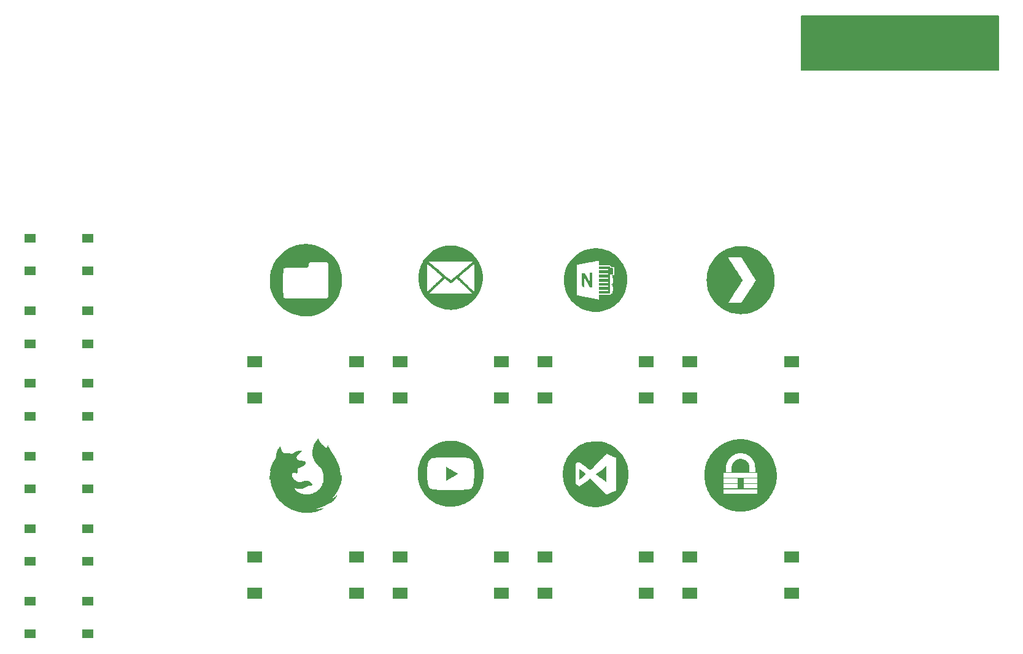
<source format=gts>
G04 #@! TF.GenerationSoftware,KiCad,Pcbnew,6.0.8*
G04 #@! TF.CreationDate,2022-10-19T16:45:40+03:00*
G04 #@! TF.ProjectId,keypad,6b657970-6164-42e6-9b69-6361645f7063,B*
G04 #@! TF.SameCoordinates,Original*
G04 #@! TF.FileFunction,Soldermask,Top*
G04 #@! TF.FilePolarity,Negative*
%FSLAX46Y46*%
G04 Gerber Fmt 4.6, Leading zero omitted, Abs format (unit mm)*
G04 Created by KiCad (PCBNEW 6.0.8) date 2022-10-19 16:45:40*
%MOMM*%
%LPD*%
G01*
G04 APERTURE LIST*
%ADD10C,0.150000*%
%ADD11R,1.550000X1.300000*%
%ADD12R,2.000000X1.500000*%
G04 APERTURE END LIST*
D10*
X191622100Y-51397200D02*
X218774700Y-51397200D01*
X218774700Y-51397200D02*
X218774700Y-58814000D01*
X218774700Y-58814000D02*
X191622100Y-58814000D01*
X191622100Y-58814000D02*
X191622100Y-51397200D01*
G36*
X191622100Y-51397200D02*
G01*
X218774700Y-51397200D01*
X218774700Y-58814000D01*
X191622100Y-58814000D01*
X191622100Y-51397200D01*
G37*
G36*
X161018461Y-113835736D02*
G01*
X161037728Y-113851256D01*
X161073062Y-113879621D01*
X161122365Y-113919152D01*
X161183539Y-113968168D01*
X161254485Y-114024988D01*
X161333106Y-114087931D01*
X161417303Y-114155316D01*
X161482174Y-114207219D01*
X161896459Y-114538651D01*
X161454398Y-114892539D01*
X161365860Y-114963374D01*
X161282358Y-115030098D01*
X161205746Y-115091234D01*
X161137881Y-115145305D01*
X161080620Y-115190833D01*
X161035817Y-115226342D01*
X161005329Y-115250353D01*
X160991013Y-115261389D01*
X160990685Y-115261624D01*
X160986317Y-115264067D01*
X160982579Y-115263702D01*
X160979422Y-115258884D01*
X160976798Y-115247968D01*
X160974657Y-115229310D01*
X160972950Y-115201265D01*
X160971629Y-115162188D01*
X160970643Y-115110434D01*
X160969944Y-115044358D01*
X160969483Y-114962317D01*
X160969211Y-114862664D01*
X160969078Y-114743756D01*
X160969036Y-114603947D01*
X160969033Y-114536253D01*
X160969033Y-113795685D01*
X161018461Y-113835736D01*
G37*
G36*
X164699480Y-113986754D02*
G01*
X164700082Y-114126607D01*
X164700487Y-114282842D01*
X164700695Y-114448969D01*
X164700706Y-114618496D01*
X164700519Y-114784935D01*
X164700135Y-114941792D01*
X164699554Y-115082579D01*
X164699480Y-115096483D01*
X164696460Y-115648392D01*
X163961551Y-115098508D01*
X163846356Y-115012164D01*
X163736774Y-114929729D01*
X163634205Y-114852276D01*
X163540047Y-114780875D01*
X163455702Y-114716598D01*
X163382570Y-114660516D01*
X163322050Y-114613699D01*
X163275544Y-114577220D01*
X163244450Y-114552149D01*
X163230169Y-114539558D01*
X163229378Y-114538344D01*
X163238893Y-114529910D01*
X163265620Y-114508618D01*
X163308147Y-114475547D01*
X163365059Y-114431771D01*
X163434943Y-114378368D01*
X163516388Y-114316415D01*
X163607978Y-114246986D01*
X163708302Y-114171160D01*
X163815946Y-114090013D01*
X163929498Y-114004621D01*
X163964287Y-113978499D01*
X164696460Y-113428934D01*
X164699480Y-113986754D01*
G37*
G36*
X158764514Y-115464471D02*
G01*
X158710872Y-115151393D01*
X158679186Y-114833722D01*
X158669775Y-114512430D01*
X158682959Y-114188484D01*
X158707934Y-113943863D01*
X158759879Y-113630428D01*
X158834287Y-113321229D01*
X158930518Y-113017763D01*
X159047936Y-112721527D01*
X159185905Y-112434020D01*
X159343786Y-112156738D01*
X159520943Y-111891181D01*
X159657817Y-111710896D01*
X159871892Y-111461618D01*
X160100450Y-111230325D01*
X160342726Y-111017440D01*
X160597953Y-110823383D01*
X160865364Y-110648576D01*
X161144194Y-110493442D01*
X161433676Y-110358401D01*
X161733044Y-110243876D01*
X162041531Y-110150288D01*
X162358372Y-110078059D01*
X162682800Y-110027611D01*
X162725169Y-110022711D01*
X162830831Y-110013493D01*
X162953433Y-110007005D01*
X163087033Y-110003247D01*
X163225688Y-110002221D01*
X163363458Y-110003927D01*
X163494402Y-110008365D01*
X163612577Y-110015537D01*
X163688192Y-110022591D01*
X164014957Y-110070479D01*
X164333611Y-110139975D01*
X164643577Y-110230806D01*
X164944278Y-110342701D01*
X165235139Y-110475388D01*
X165515583Y-110628596D01*
X165785032Y-110802053D01*
X166042910Y-110995486D01*
X166288641Y-111208626D01*
X166369691Y-111285895D01*
X166594188Y-111519925D01*
X166798032Y-111763758D01*
X166982276Y-112018845D01*
X167147978Y-112286641D01*
X167285687Y-112546988D01*
X167416804Y-112841321D01*
X167526235Y-113143361D01*
X167613760Y-113451857D01*
X167679157Y-113765555D01*
X167722207Y-114083203D01*
X167742687Y-114403549D01*
X167740379Y-114725341D01*
X167719395Y-115008011D01*
X167673837Y-115329820D01*
X167606307Y-115644940D01*
X167517367Y-115952450D01*
X167407577Y-116251427D01*
X167277501Y-116540949D01*
X167127699Y-116820095D01*
X166958734Y-117087942D01*
X166771167Y-117343569D01*
X166565559Y-117586053D01*
X166342474Y-117814473D01*
X166102471Y-118027906D01*
X165846113Y-118225431D01*
X165696643Y-118328078D01*
X165418513Y-118497561D01*
X165131924Y-118645379D01*
X164836929Y-118771512D01*
X164533579Y-118875942D01*
X164221927Y-118958651D01*
X163902026Y-119019618D01*
X163684647Y-119048128D01*
X163581419Y-119057350D01*
X163464405Y-119064553D01*
X163340182Y-119069572D01*
X163215325Y-119072242D01*
X163096412Y-119072398D01*
X162990017Y-119069874D01*
X162934509Y-119066977D01*
X162606157Y-119033796D01*
X162284560Y-118978603D01*
X161970452Y-118901735D01*
X161664565Y-118803532D01*
X161367633Y-118684331D01*
X161080389Y-118544470D01*
X160803567Y-118384290D01*
X160537899Y-118204126D01*
X160284119Y-118004319D01*
X160042959Y-117785207D01*
X159945550Y-117687440D01*
X159727810Y-117446001D01*
X159529461Y-117192214D01*
X159350822Y-116927049D01*
X159192215Y-116651473D01*
X159053960Y-116366459D01*
X158936378Y-116072973D01*
X158865205Y-115851189D01*
X160399725Y-115851189D01*
X160966183Y-116227313D01*
X161709017Y-115669997D01*
X161825065Y-115583049D01*
X161935869Y-115500260D01*
X162040004Y-115422680D01*
X162136048Y-115351358D01*
X162222577Y-115287344D01*
X162298168Y-115231688D01*
X162361398Y-115185438D01*
X162410845Y-115149646D01*
X162445083Y-115125360D01*
X162462692Y-115113629D01*
X162464706Y-115112681D01*
X162476890Y-115120675D01*
X162501830Y-115142684D01*
X162536381Y-115175746D01*
X162577396Y-115216901D01*
X162597539Y-115237704D01*
X162621304Y-115262197D01*
X162660278Y-115302019D01*
X162713291Y-115355984D01*
X162779172Y-115422908D01*
X162856751Y-115501605D01*
X162944857Y-115590888D01*
X163042320Y-115689574D01*
X163147969Y-115796477D01*
X163260633Y-115910410D01*
X163379143Y-116030189D01*
X163502327Y-116154628D01*
X163629015Y-116282542D01*
X163700177Y-116354365D01*
X163850330Y-116505825D01*
X163984999Y-116641513D01*
X164105012Y-116762236D01*
X164211195Y-116868805D01*
X164304376Y-116962026D01*
X164385384Y-117042710D01*
X164455045Y-117111664D01*
X164514187Y-117169698D01*
X164563639Y-117217620D01*
X164604227Y-117256239D01*
X164636779Y-117286364D01*
X164662122Y-117308804D01*
X164681085Y-117324366D01*
X164694495Y-117333861D01*
X164703180Y-117338096D01*
X164707094Y-117338307D01*
X164724957Y-117331534D01*
X164760527Y-117317166D01*
X164810111Y-117296729D01*
X164870016Y-117271743D01*
X164936551Y-117243735D01*
X164946506Y-117239523D01*
X165008084Y-117213480D01*
X165086990Y-117180151D01*
X165179114Y-117141269D01*
X165280343Y-117098570D01*
X165386567Y-117053786D01*
X165493674Y-117008653D01*
X165586158Y-116969702D01*
X166010654Y-116790969D01*
X166010654Y-112273160D01*
X165876909Y-112217134D01*
X165796008Y-112183202D01*
X165712131Y-112147931D01*
X165622376Y-112110096D01*
X165523844Y-112068471D01*
X165413636Y-112021830D01*
X165288851Y-111968949D01*
X165146589Y-111908601D01*
X165091881Y-111885382D01*
X165007207Y-111849557D01*
X164929160Y-111816759D01*
X164860372Y-111788076D01*
X164803477Y-111764598D01*
X164761105Y-111747413D01*
X164735891Y-111737610D01*
X164730064Y-111735721D01*
X164720406Y-111743575D01*
X164695216Y-111766894D01*
X164655454Y-111804737D01*
X164602078Y-111856165D01*
X164536048Y-111920239D01*
X164458323Y-111996019D01*
X164369863Y-112082566D01*
X164271627Y-112178942D01*
X164164574Y-112284205D01*
X164049663Y-112397418D01*
X163927854Y-112517640D01*
X163800107Y-112643932D01*
X163667379Y-112775356D01*
X163591442Y-112850639D01*
X163456408Y-112984480D01*
X163325864Y-113113701D01*
X163200767Y-113237363D01*
X163082071Y-113354530D01*
X162970733Y-113464263D01*
X162867708Y-113565625D01*
X162773951Y-113657678D01*
X162690419Y-113739484D01*
X162618067Y-113810107D01*
X162557851Y-113868607D01*
X162510726Y-113914048D01*
X162477649Y-113945491D01*
X162459574Y-113962000D01*
X162456359Y-113964371D01*
X162445799Y-113957115D01*
X162418081Y-113936938D01*
X162374631Y-113904904D01*
X162316878Y-113862078D01*
X162246249Y-113809524D01*
X162164172Y-113748306D01*
X162072074Y-113679487D01*
X161971384Y-113604132D01*
X161863529Y-113523306D01*
X161749937Y-113438071D01*
X161716730Y-113413134D01*
X161601562Y-113326740D01*
X161491545Y-113244421D01*
X161388126Y-113167244D01*
X161292752Y-113096283D01*
X161206870Y-113032605D01*
X161131929Y-112977282D01*
X161069374Y-112931384D01*
X161020654Y-112895981D01*
X160987215Y-112872143D01*
X160970505Y-112860941D01*
X160969033Y-112860217D01*
X160953562Y-112862560D01*
X160919302Y-112871491D01*
X160869463Y-112886048D01*
X160807258Y-112905271D01*
X160735897Y-112928199D01*
X160678282Y-112947253D01*
X160404976Y-113038720D01*
X160402351Y-114444954D01*
X160399725Y-115851189D01*
X158865205Y-115851189D01*
X158839789Y-115771988D01*
X158764514Y-115464471D01*
G37*
G36*
X162752615Y-88805538D02*
G01*
X162669577Y-88801844D01*
X162600216Y-88798368D01*
X162516901Y-88793670D01*
X162475250Y-88791131D01*
X162363962Y-88784113D01*
X162016096Y-88101720D01*
X161668230Y-87419326D01*
X161657948Y-88747148D01*
X161516551Y-88735632D01*
X161443544Y-88728961D01*
X161384588Y-88722249D01*
X161351730Y-88716881D01*
X161350730Y-88716595D01*
X161344855Y-88706751D01*
X161339933Y-88679352D01*
X161335894Y-88631701D01*
X161332669Y-88561105D01*
X161330188Y-88464867D01*
X161328381Y-88340294D01*
X161327178Y-88184689D01*
X161326511Y-87995358D01*
X161326307Y-87773334D01*
X161326307Y-86837597D01*
X161428884Y-86825276D01*
X161509548Y-86817755D01*
X161591890Y-86813324D01*
X161619384Y-86812835D01*
X161707307Y-86812715D01*
X162049230Y-87456067D01*
X162391154Y-88099419D01*
X162396291Y-87426709D01*
X162401429Y-86754000D01*
X162752615Y-86754000D01*
X162752615Y-88805538D01*
G37*
G36*
X165175384Y-86107951D02*
G01*
X165395192Y-86113475D01*
X165615000Y-86119000D01*
X165620265Y-86543961D01*
X165625531Y-86968923D01*
X165175655Y-86968923D01*
X165165615Y-89635923D01*
X164418269Y-89641040D01*
X163670923Y-89646156D01*
X163670923Y-89313538D01*
X164921384Y-89313538D01*
X164921384Y-89137692D01*
X163670923Y-89137692D01*
X163670923Y-88727384D01*
X164921384Y-88727384D01*
X164921384Y-88551538D01*
X163670923Y-88551538D01*
X163670923Y-88160769D01*
X164921384Y-88160769D01*
X164921384Y-87984923D01*
X163670923Y-87984923D01*
X163670923Y-87574615D01*
X164921384Y-87574615D01*
X164921384Y-87398769D01*
X163670923Y-87398769D01*
X163670923Y-87008000D01*
X164921384Y-87008000D01*
X164921384Y-86832154D01*
X163670923Y-86832154D01*
X163670923Y-86421846D01*
X164921384Y-86421846D01*
X164921384Y-86246000D01*
X163670923Y-86246000D01*
X163670923Y-85913846D01*
X165175384Y-85913846D01*
X165175384Y-86107951D01*
G37*
G36*
X158848801Y-87254847D02*
G01*
X158880850Y-87019399D01*
X158929056Y-86785969D01*
X158995273Y-86542692D01*
X159042123Y-86394048D01*
X159187543Y-86012403D01*
X159365834Y-85650132D01*
X159575085Y-85308792D01*
X159813388Y-84989943D01*
X160078832Y-84695142D01*
X160369508Y-84425950D01*
X160683506Y-84183924D01*
X161018917Y-83970623D01*
X161373830Y-83787606D01*
X161746336Y-83636432D01*
X162134526Y-83518659D01*
X162536490Y-83435846D01*
X162693487Y-83413740D01*
X162795269Y-83404769D01*
X162925800Y-83398508D01*
X163074846Y-83394958D01*
X163232174Y-83394120D01*
X163387550Y-83395993D01*
X163530739Y-83400577D01*
X163651509Y-83407872D01*
X163710512Y-83413740D01*
X164117240Y-83482769D01*
X164510924Y-83587353D01*
X164889655Y-83725935D01*
X165251523Y-83896956D01*
X165594619Y-84098857D01*
X165917034Y-84330079D01*
X166216856Y-84589064D01*
X166492177Y-84874253D01*
X166741087Y-85184087D01*
X166961677Y-85517008D01*
X167152036Y-85871457D01*
X167310255Y-86245875D01*
X167361877Y-86394048D01*
X167439266Y-86648332D01*
X167497582Y-86885962D01*
X167538675Y-87118801D01*
X167564401Y-87358715D01*
X167576612Y-87617568D01*
X167578234Y-87779256D01*
X167560933Y-88191679D01*
X167509365Y-88586934D01*
X167422654Y-88968146D01*
X167299929Y-89338439D01*
X167140316Y-89700939D01*
X166942941Y-90058769D01*
X166939636Y-90064204D01*
X166737659Y-90362871D01*
X166503134Y-90651798D01*
X166242444Y-90924600D01*
X165961973Y-91174893D01*
X165668104Y-91396295D01*
X165496204Y-91507636D01*
X165132522Y-91706673D01*
X164754573Y-91870077D01*
X164364855Y-91997230D01*
X163965867Y-92087516D01*
X163560106Y-92140320D01*
X163150071Y-92155024D01*
X162908923Y-92145698D01*
X162497937Y-92099140D01*
X162096509Y-92014738D01*
X161705250Y-91892687D01*
X161324775Y-91733184D01*
X160955698Y-91536423D01*
X160907795Y-91507636D01*
X160609128Y-91305659D01*
X160320202Y-91071134D01*
X160047400Y-90810444D01*
X159797106Y-90529973D01*
X159575704Y-90236104D01*
X159464364Y-90064204D01*
X159266406Y-89706421D01*
X159106224Y-89344015D01*
X158982943Y-88973864D01*
X158895690Y-88592842D01*
X158843593Y-88197824D01*
X158825777Y-87785687D01*
X158825766Y-87779256D01*
X158826107Y-87761547D01*
X160622923Y-87761547D01*
X160622967Y-88044397D01*
X160623097Y-88316055D01*
X160623306Y-88573995D01*
X160623588Y-88815691D01*
X160623937Y-89038620D01*
X160624348Y-89240254D01*
X160624815Y-89418070D01*
X160625332Y-89569543D01*
X160625892Y-89692146D01*
X160626491Y-89783355D01*
X160627122Y-89840644D01*
X160627779Y-89861489D01*
X160627807Y-89861529D01*
X160647276Y-89865375D01*
X160702130Y-89876227D01*
X160789422Y-89893500D01*
X160906203Y-89916613D01*
X161049526Y-89944980D01*
X161216444Y-89978020D01*
X161404009Y-90015148D01*
X161609272Y-90055780D01*
X161829287Y-90099334D01*
X162061105Y-90145227D01*
X162098077Y-90152546D01*
X162332917Y-90198927D01*
X162557510Y-90243070D01*
X162768775Y-90284384D01*
X162963636Y-90322276D01*
X163139012Y-90356155D01*
X163291825Y-90385427D01*
X163418996Y-90409501D01*
X163517448Y-90427785D01*
X163584100Y-90439687D01*
X163615875Y-90444614D01*
X163617192Y-90444708D01*
X163670923Y-90446769D01*
X163670923Y-89803285D01*
X164450430Y-89797758D01*
X164646254Y-89796272D01*
X164806746Y-89794731D01*
X164935653Y-89792947D01*
X165036718Y-89790726D01*
X165113687Y-89787879D01*
X165170305Y-89784216D01*
X165210318Y-89779544D01*
X165237470Y-89773673D01*
X165255507Y-89766413D01*
X165268173Y-89757573D01*
X165269938Y-89756012D01*
X165304375Y-89709205D01*
X165322368Y-89663204D01*
X165333942Y-89627726D01*
X165356125Y-89611307D01*
X165401347Y-89606747D01*
X165420060Y-89606615D01*
X165461323Y-89605685D01*
X165493979Y-89600166D01*
X165519035Y-89585969D01*
X165537498Y-89559000D01*
X165550373Y-89515170D01*
X165558667Y-89450387D01*
X165563386Y-89360559D01*
X165565538Y-89241595D01*
X165566129Y-89089404D01*
X165566154Y-89012768D01*
X165565986Y-88847477D01*
X165564768Y-88717117D01*
X165561428Y-88617541D01*
X165554893Y-88544603D01*
X165544092Y-88494157D01*
X165527953Y-88462055D01*
X165505403Y-88444153D01*
X165475370Y-88436303D01*
X165436783Y-88434360D01*
X165416587Y-88434307D01*
X165359740Y-88430201D01*
X165334532Y-88416333D01*
X165331692Y-88405000D01*
X165344597Y-88384621D01*
X165387377Y-88376224D01*
X165409846Y-88375692D01*
X165488971Y-88361876D01*
X165527077Y-88336615D01*
X165538884Y-88322967D01*
X165548042Y-88305348D01*
X165554887Y-88279015D01*
X165559754Y-88239228D01*
X165562977Y-88181246D01*
X165564892Y-88100325D01*
X165565833Y-87991726D01*
X165566136Y-87850706D01*
X165566154Y-87783503D01*
X165565678Y-87617182D01*
X165564136Y-87486172D01*
X165561352Y-87386717D01*
X165557150Y-87315061D01*
X165551356Y-87267449D01*
X165543794Y-87240124D01*
X165540542Y-87234443D01*
X165501005Y-87207627D01*
X165434088Y-87190460D01*
X165423311Y-87189091D01*
X165360208Y-87176446D01*
X165332713Y-87157241D01*
X165331692Y-87151997D01*
X165340125Y-87139521D01*
X165369227Y-87131407D01*
X165424703Y-87126908D01*
X165512258Y-87125278D01*
X165536158Y-87125230D01*
X165628952Y-87124506D01*
X165690293Y-87121479D01*
X165727794Y-87114870D01*
X165749066Y-87103398D01*
X165760851Y-87087438D01*
X165767305Y-87055429D01*
X165772662Y-86987566D01*
X165776803Y-86887063D01*
X165779611Y-86757130D01*
X165780967Y-86600980D01*
X165781077Y-86537015D01*
X165780828Y-86379710D01*
X165779900Y-86256861D01*
X165778021Y-86163849D01*
X165774918Y-86096054D01*
X165770320Y-86048858D01*
X165763952Y-86017640D01*
X165755544Y-85997783D01*
X165748741Y-85988654D01*
X165727264Y-85971613D01*
X165694651Y-85960891D01*
X165642579Y-85955147D01*
X165562723Y-85953046D01*
X165526491Y-85952923D01*
X165336577Y-85952923D01*
X165325152Y-85895802D01*
X165301844Y-85839292D01*
X165270180Y-85798110D01*
X165258220Y-85787952D01*
X165243751Y-85779647D01*
X165222993Y-85773011D01*
X165192166Y-85767855D01*
X165147490Y-85763993D01*
X165085183Y-85761238D01*
X165001467Y-85759404D01*
X164892560Y-85758304D01*
X164754684Y-85757751D01*
X164584056Y-85757558D01*
X164448777Y-85757538D01*
X163670923Y-85757538D01*
X163670923Y-85425384D01*
X163670574Y-85303480D01*
X163669183Y-85215321D01*
X163666228Y-85155577D01*
X163661189Y-85118919D01*
X163653547Y-85100019D01*
X163642780Y-85093547D01*
X163638501Y-85093230D01*
X163615092Y-85096760D01*
X163556912Y-85106898D01*
X163467578Y-85122964D01*
X163350711Y-85144280D01*
X163209929Y-85170166D01*
X163048853Y-85199945D01*
X162871100Y-85232937D01*
X162680291Y-85268464D01*
X162480044Y-85305846D01*
X162273979Y-85344405D01*
X162065716Y-85383462D01*
X161858873Y-85422338D01*
X161657070Y-85460354D01*
X161463926Y-85496831D01*
X161283061Y-85531091D01*
X161118093Y-85562455D01*
X160972643Y-85590244D01*
X160850329Y-85613779D01*
X160754770Y-85632381D01*
X160689586Y-85645372D01*
X160658396Y-85652072D01*
X160657115Y-85652420D01*
X160651703Y-85655597D01*
X160646892Y-85663210D01*
X160642648Y-85677435D01*
X160638934Y-85700447D01*
X160635717Y-85734423D01*
X160632959Y-85781537D01*
X160630627Y-85843967D01*
X160628684Y-85923886D01*
X160627096Y-86023472D01*
X160625827Y-86144900D01*
X160624842Y-86290345D01*
X160624106Y-86461983D01*
X160623584Y-86661991D01*
X160623239Y-86892543D01*
X160623038Y-87155815D01*
X160622944Y-87453983D01*
X160622923Y-87761547D01*
X158826107Y-87761547D01*
X158831058Y-87504178D01*
X158848801Y-87254847D01*
G37*
G36*
X125665610Y-115298215D02*
G01*
X125668819Y-115273772D01*
X125671696Y-115244980D01*
X125674211Y-115208023D01*
X125676333Y-115164730D01*
X125678031Y-115116925D01*
X125679275Y-115066436D01*
X125680033Y-115015088D01*
X125680275Y-114964709D01*
X125679970Y-114917125D01*
X125679086Y-114874162D01*
X125677594Y-114837646D01*
X125676476Y-114820628D01*
X125659515Y-114663175D01*
X125633634Y-114509778D01*
X125598884Y-114360603D01*
X125555322Y-114215812D01*
X125502999Y-114075569D01*
X125441971Y-113940038D01*
X125372291Y-113809384D01*
X125309970Y-113707890D01*
X125297938Y-113689732D01*
X125287271Y-113674718D01*
X125276582Y-113661401D01*
X125264480Y-113648338D01*
X125249575Y-113634081D01*
X125230479Y-113617187D01*
X125205802Y-113596211D01*
X125189253Y-113582331D01*
X125078967Y-113486347D01*
X124966160Y-113380865D01*
X124863631Y-113278996D01*
X124767974Y-113177520D01*
X124680877Y-113076693D01*
X124601476Y-112975154D01*
X124528908Y-112871540D01*
X124462308Y-112764489D01*
X124400812Y-112652638D01*
X124343556Y-112534627D01*
X124289675Y-112409091D01*
X124254650Y-112319074D01*
X124213508Y-112199693D01*
X124180237Y-112081549D01*
X124154241Y-111962039D01*
X124134923Y-111838562D01*
X124125923Y-111757656D01*
X124123614Y-111725775D01*
X124121874Y-111686086D01*
X124120705Y-111640763D01*
X124120104Y-111591977D01*
X124120071Y-111541901D01*
X124120607Y-111492707D01*
X124121710Y-111446568D01*
X124123380Y-111405656D01*
X124125617Y-111372144D01*
X124126009Y-111367809D01*
X124146616Y-111201986D01*
X124177017Y-111037348D01*
X124217241Y-110873806D01*
X124267318Y-110711268D01*
X124327277Y-110549643D01*
X124397146Y-110388840D01*
X124476954Y-110228767D01*
X124503787Y-110179152D01*
X124563528Y-110074257D01*
X124626420Y-109970521D01*
X124691374Y-109869576D01*
X124757299Y-109773058D01*
X124823105Y-109682601D01*
X124887703Y-109599839D01*
X124900979Y-109583630D01*
X124940049Y-109536357D01*
X124945821Y-109581364D01*
X124952475Y-109620963D01*
X124962529Y-109660074D01*
X124976743Y-109700986D01*
X124995877Y-109745987D01*
X125011273Y-109778435D01*
X125041502Y-109835892D01*
X125077374Y-109896261D01*
X125119180Y-109959921D01*
X125167209Y-110027250D01*
X125221752Y-110098625D01*
X125283099Y-110174424D01*
X125351540Y-110255026D01*
X125427365Y-110340808D01*
X125510864Y-110432148D01*
X125522940Y-110445141D01*
X125543114Y-110466510D01*
X125567871Y-110492250D01*
X125596562Y-110521720D01*
X125628538Y-110554277D01*
X125663150Y-110589279D01*
X125699748Y-110626086D01*
X125737683Y-110664056D01*
X125776307Y-110702546D01*
X125814970Y-110740915D01*
X125853022Y-110778521D01*
X125889816Y-110814723D01*
X125924700Y-110848878D01*
X125957027Y-110880346D01*
X125986148Y-110908484D01*
X126011412Y-110932651D01*
X126032171Y-110952205D01*
X126047775Y-110966504D01*
X126057576Y-110974906D01*
X126060889Y-110976907D01*
X126063418Y-110970728D01*
X126067691Y-110956959D01*
X126073086Y-110937720D01*
X126078254Y-110917986D01*
X126101166Y-110838544D01*
X126128748Y-110761398D01*
X126160245Y-110688211D01*
X126194904Y-110620646D01*
X126231972Y-110560366D01*
X126254517Y-110529084D01*
X126265556Y-110515340D01*
X126274183Y-110505743D01*
X126278753Y-110502103D01*
X126278987Y-110502182D01*
X126280836Y-110507867D01*
X126283530Y-110520558D01*
X126286157Y-110535540D01*
X126296745Y-110582187D01*
X126314501Y-110635381D01*
X126339312Y-110694819D01*
X126357397Y-110733059D01*
X126371799Y-110761922D01*
X126386647Y-110790734D01*
X126402337Y-110820148D01*
X126419263Y-110850816D01*
X126437820Y-110883390D01*
X126458403Y-110918523D01*
X126481406Y-110956868D01*
X126507225Y-110999076D01*
X126536255Y-111045801D01*
X126568889Y-111097694D01*
X126605524Y-111155409D01*
X126646554Y-111219597D01*
X126692374Y-111290911D01*
X126735412Y-111357665D01*
X126805283Y-111466175D01*
X126869904Y-111567137D01*
X126929686Y-111661241D01*
X126985037Y-111749181D01*
X127036367Y-111831646D01*
X127084085Y-111909329D01*
X127128601Y-111982921D01*
X127170325Y-112053113D01*
X127209666Y-112120598D01*
X127247033Y-112186066D01*
X127282836Y-112250209D01*
X127317484Y-112313719D01*
X127351387Y-112377287D01*
X127384954Y-112441605D01*
X127418595Y-112507364D01*
X127432478Y-112534850D01*
X127491690Y-112654651D01*
X127545808Y-112768903D01*
X127595840Y-112879976D01*
X127642796Y-112990239D01*
X127687683Y-113102061D01*
X127731510Y-113217811D01*
X127775286Y-113339858D01*
X127776046Y-113342032D01*
X127837904Y-113533906D01*
X127889932Y-113727569D01*
X127932122Y-113922980D01*
X127964467Y-114120101D01*
X127986959Y-114318893D01*
X127995584Y-114436601D01*
X127997130Y-114471421D01*
X127998223Y-114514066D01*
X127998882Y-114562786D01*
X127999123Y-114615831D01*
X127998966Y-114671450D01*
X127998427Y-114727894D01*
X127997524Y-114783411D01*
X127996275Y-114836251D01*
X127994698Y-114884664D01*
X127992811Y-114926900D01*
X127990631Y-114961208D01*
X127990210Y-114966393D01*
X127982722Y-115045924D01*
X127973516Y-115128833D01*
X127962883Y-115213127D01*
X127951114Y-115296813D01*
X127938499Y-115377896D01*
X127925329Y-115454383D01*
X127911895Y-115524281D01*
X127902391Y-115568655D01*
X127901169Y-115576760D01*
X127902947Y-115576427D01*
X127907339Y-115568627D01*
X127913963Y-115554328D01*
X127922433Y-115534501D01*
X127932366Y-115510114D01*
X127943378Y-115482136D01*
X127955085Y-115451538D01*
X127967102Y-115419287D01*
X127979046Y-115386355D01*
X127990532Y-115353709D01*
X128001177Y-115322319D01*
X128006701Y-115305421D01*
X128045892Y-115172480D01*
X128079856Y-115034174D01*
X128107761Y-114894116D01*
X128122316Y-114803439D01*
X128129592Y-114751954D01*
X128135604Y-114706200D01*
X128140471Y-114664386D01*
X128144310Y-114624721D01*
X128147238Y-114585412D01*
X128149374Y-114544670D01*
X128150836Y-114500702D01*
X128151740Y-114451718D01*
X128152205Y-114395925D01*
X128152338Y-114346637D01*
X128152297Y-114301764D01*
X128152093Y-114259556D01*
X128151743Y-114221161D01*
X128151265Y-114187729D01*
X128150676Y-114160408D01*
X128149994Y-114140350D01*
X128149238Y-114128702D01*
X128148935Y-114126723D01*
X128147171Y-114118056D01*
X128148386Y-114118566D01*
X128149943Y-114121725D01*
X128152423Y-114130822D01*
X128155702Y-114148448D01*
X128159589Y-114173188D01*
X128163895Y-114203623D01*
X128168427Y-114238338D01*
X128172996Y-114275916D01*
X128177411Y-114314939D01*
X128181480Y-114353990D01*
X128182232Y-114361631D01*
X128187873Y-114423760D01*
X128192301Y-114482562D01*
X128195591Y-114540142D01*
X128197816Y-114598606D01*
X128199051Y-114660058D01*
X128199369Y-114726604D01*
X128198843Y-114800349D01*
X128198515Y-114825442D01*
X128196878Y-114908521D01*
X128194353Y-114983835D01*
X128190752Y-115053586D01*
X128185887Y-115119980D01*
X128179570Y-115185223D01*
X128171611Y-115251519D01*
X128161825Y-115321073D01*
X128150021Y-115396089D01*
X128149588Y-115398722D01*
X128113209Y-115589442D01*
X128066987Y-115779335D01*
X128011067Y-115968013D01*
X127945593Y-116155087D01*
X127870709Y-116340167D01*
X127786560Y-116522866D01*
X127693290Y-116702794D01*
X127615971Y-116838156D01*
X127601205Y-116863163D01*
X127587920Y-116885992D01*
X127577110Y-116904910D01*
X127569771Y-116918181D01*
X127567258Y-116923122D01*
X127562282Y-116932036D01*
X127552389Y-116947974D01*
X127538371Y-116969754D01*
X127521023Y-116996198D01*
X127501139Y-117026126D01*
X127479514Y-117058358D01*
X127456942Y-117091714D01*
X127434217Y-117125015D01*
X127412134Y-117157081D01*
X127391487Y-117186733D01*
X127373070Y-117212790D01*
X127360295Y-117230501D01*
X127253803Y-117370771D01*
X127138303Y-117512472D01*
X127014515Y-117654756D01*
X126883165Y-117796772D01*
X126842573Y-117839012D01*
X126819779Y-117862627D01*
X126799664Y-117883662D01*
X126783158Y-117901128D01*
X126771192Y-117914033D01*
X126764699Y-117921389D01*
X126763829Y-117922729D01*
X126769813Y-117920471D01*
X126783083Y-117914217D01*
X126802145Y-117904748D01*
X126825507Y-117892843D01*
X126851672Y-117879283D01*
X126879147Y-117864847D01*
X126906437Y-117850316D01*
X126932048Y-117836470D01*
X126954486Y-117824089D01*
X126972256Y-117813953D01*
X126972727Y-117813677D01*
X127069080Y-117753534D01*
X127158385Y-117690524D01*
X127240289Y-117625027D01*
X127314442Y-117557422D01*
X127380492Y-117488089D01*
X127438089Y-117417405D01*
X127486881Y-117345751D01*
X127526517Y-117273505D01*
X127556647Y-117201047D01*
X127565519Y-117173573D01*
X127570635Y-117156521D01*
X127573343Y-117148541D01*
X127574078Y-117149124D01*
X127573274Y-117157757D01*
X127572360Y-117165527D01*
X127569156Y-117184658D01*
X127563378Y-117211405D01*
X127555528Y-117243870D01*
X127546110Y-117280158D01*
X127535625Y-117318374D01*
X127524578Y-117356622D01*
X127513471Y-117393005D01*
X127505404Y-117417927D01*
X127464696Y-117527721D01*
X127416915Y-117633885D01*
X127361777Y-117736757D01*
X127298999Y-117836670D01*
X127228298Y-117933960D01*
X127149388Y-118028961D01*
X127061988Y-118122008D01*
X126965814Y-118213436D01*
X126860581Y-118303580D01*
X126746007Y-118392774D01*
X126621807Y-118481354D01*
X126582272Y-118508096D01*
X126421350Y-118609694D01*
X126254845Y-118703149D01*
X126083440Y-118788108D01*
X125907815Y-118864221D01*
X125846436Y-118888338D01*
X125712338Y-118939440D01*
X125586868Y-118986798D01*
X125469471Y-119030610D01*
X125359590Y-119071074D01*
X125256667Y-119108388D01*
X125160146Y-119142749D01*
X125069469Y-119174357D01*
X124984081Y-119203409D01*
X124903424Y-119230102D01*
X124826941Y-119254636D01*
X124754075Y-119277207D01*
X124745193Y-119279901D01*
X124709280Y-119291006D01*
X124679641Y-119300666D01*
X124657052Y-119308604D01*
X124642290Y-119314543D01*
X124636132Y-119318204D01*
X124636125Y-119318868D01*
X124642497Y-119320242D01*
X124657596Y-119321200D01*
X124680163Y-119321771D01*
X124708937Y-119321980D01*
X124742658Y-119321854D01*
X124780068Y-119321418D01*
X124819907Y-119320701D01*
X124860915Y-119319727D01*
X124901832Y-119318524D01*
X124941399Y-119317117D01*
X124978356Y-119315534D01*
X125011443Y-119313800D01*
X125039402Y-119311942D01*
X125060972Y-119309987D01*
X125061268Y-119309954D01*
X125145319Y-119299200D01*
X125228227Y-119286005D01*
X125307830Y-119270786D01*
X125381968Y-119253959D01*
X125448478Y-119235941D01*
X125453602Y-119234400D01*
X125521607Y-119211691D01*
X125586582Y-119185899D01*
X125647181Y-119157711D01*
X125702055Y-119127813D01*
X125749856Y-119096892D01*
X125789234Y-119065636D01*
X125794654Y-119060658D01*
X125804845Y-119052027D01*
X125811840Y-119047834D01*
X125813232Y-119047879D01*
X125810960Y-119052344D01*
X125802355Y-119062638D01*
X125788407Y-119077789D01*
X125770109Y-119096826D01*
X125748451Y-119118775D01*
X125724425Y-119142666D01*
X125699022Y-119167524D01*
X125673234Y-119192380D01*
X125648053Y-119216260D01*
X125624469Y-119238191D01*
X125603475Y-119257203D01*
X125586061Y-119272323D01*
X125576065Y-119280433D01*
X125470781Y-119355914D01*
X125357042Y-119426414D01*
X125235106Y-119491857D01*
X125105230Y-119552163D01*
X124967670Y-119607255D01*
X124822685Y-119657054D01*
X124670532Y-119701484D01*
X124511466Y-119740465D01*
X124345746Y-119773920D01*
X124173628Y-119801771D01*
X123995370Y-119823940D01*
X123811228Y-119840349D01*
X123708579Y-119846834D01*
X123666755Y-119848761D01*
X123617912Y-119850436D01*
X123563849Y-119851842D01*
X123506361Y-119852961D01*
X123447247Y-119853775D01*
X123388302Y-119854267D01*
X123331325Y-119854419D01*
X123278113Y-119854214D01*
X123230461Y-119853633D01*
X123190169Y-119852660D01*
X123174511Y-119852072D01*
X122947856Y-119837577D01*
X122724843Y-119813850D01*
X122505175Y-119780845D01*
X122288553Y-119738516D01*
X122074680Y-119686819D01*
X122053119Y-119681048D01*
X122023092Y-119673065D01*
X121995475Y-119665959D01*
X121972068Y-119660175D01*
X121954669Y-119656156D01*
X121945076Y-119654348D01*
X121944995Y-119654339D01*
X121936480Y-119652295D01*
X121919767Y-119647272D01*
X121896060Y-119639685D01*
X121866564Y-119629948D01*
X121832483Y-119618477D01*
X121795022Y-119605685D01*
X121755385Y-119591989D01*
X121714776Y-119577801D01*
X121674401Y-119563537D01*
X121635462Y-119549612D01*
X121599165Y-119536440D01*
X121566714Y-119524436D01*
X121556277Y-119520508D01*
X121458757Y-119481961D01*
X121356144Y-119438323D01*
X121251121Y-119390783D01*
X121146376Y-119340527D01*
X121122818Y-119328816D01*
X121044190Y-119288765D01*
X120972823Y-119250855D01*
X120906569Y-119213860D01*
X120843278Y-119176552D01*
X120780800Y-119137707D01*
X120730473Y-119105039D01*
X120699054Y-119084353D01*
X120665209Y-119062165D01*
X120631775Y-119040329D01*
X120601589Y-119020699D01*
X120581873Y-119007949D01*
X120433669Y-118909036D01*
X120292540Y-118807619D01*
X120156717Y-118702266D01*
X120024430Y-118591545D01*
X119893908Y-118474024D01*
X119763382Y-118348271D01*
X119750499Y-118335426D01*
X119650071Y-118232727D01*
X119557137Y-118132776D01*
X119470257Y-118033831D01*
X119387994Y-117934151D01*
X119308910Y-117831995D01*
X119231566Y-117725621D01*
X119156149Y-117615719D01*
X119041779Y-117436410D01*
X118935322Y-117252742D01*
X118837000Y-117065285D01*
X118747037Y-116874606D01*
X118665653Y-116681274D01*
X118593072Y-116485857D01*
X118529516Y-116288924D01*
X118475207Y-116091043D01*
X118430368Y-115892782D01*
X118395220Y-115694711D01*
X118389440Y-115655635D01*
X118378779Y-115577925D01*
X118369921Y-115505768D01*
X118362727Y-115437110D01*
X118357057Y-115369893D01*
X118352771Y-115302064D01*
X118349730Y-115231565D01*
X118347794Y-115156342D01*
X118346823Y-115074339D01*
X118346650Y-115025538D01*
X118346581Y-114980223D01*
X118346482Y-114938180D01*
X118346357Y-114900421D01*
X118346211Y-114867959D01*
X118346049Y-114841809D01*
X118345876Y-114822982D01*
X118345698Y-114812493D01*
X118345584Y-114810623D01*
X118343938Y-114815425D01*
X118339812Y-114828365D01*
X118333650Y-114848023D01*
X118325898Y-114872979D01*
X118316999Y-114901813D01*
X118314286Y-114910637D01*
X118275072Y-115044063D01*
X118238844Y-115178891D01*
X118221441Y-115248781D01*
X118203922Y-115321253D01*
X118206672Y-115256278D01*
X118217923Y-115054078D01*
X118234261Y-114857948D01*
X118255625Y-114668221D01*
X118281954Y-114485229D01*
X118313184Y-114309302D01*
X118349254Y-114140772D01*
X118390103Y-113979972D01*
X118435668Y-113827232D01*
X118485888Y-113682886D01*
X118513548Y-113611926D01*
X118520990Y-113593162D01*
X118525450Y-113580656D01*
X118526596Y-113574733D01*
X118524098Y-113575718D01*
X118517624Y-113583938D01*
X118506845Y-113599717D01*
X118491429Y-113623382D01*
X118473609Y-113651232D01*
X118409380Y-113756246D01*
X118346413Y-113867417D01*
X118292763Y-113969285D01*
X118278598Y-113996977D01*
X118266252Y-114020722D01*
X118256321Y-114039410D01*
X118249399Y-114051931D01*
X118246079Y-114057173D01*
X118245948Y-114056751D01*
X118250290Y-114041280D01*
X118257097Y-114017921D01*
X118265866Y-113988331D01*
X118276095Y-113954170D01*
X118287282Y-113917094D01*
X118298926Y-113878761D01*
X118310524Y-113840830D01*
X118321576Y-113804958D01*
X118331577Y-113772804D01*
X118339758Y-113746873D01*
X118380876Y-113622294D01*
X118424143Y-113499652D01*
X118469099Y-113380056D01*
X118515282Y-113264614D01*
X118562231Y-113154435D01*
X118609487Y-113050629D01*
X118656588Y-112954304D01*
X118703074Y-112866570D01*
X118712497Y-112849726D01*
X118752669Y-112779696D01*
X118789910Y-112717195D01*
X118825301Y-112660596D01*
X118859923Y-112608271D01*
X118894858Y-112558595D01*
X118931187Y-112509939D01*
X118969991Y-112460677D01*
X118976005Y-112453242D01*
X118996103Y-112428459D01*
X119015177Y-112404914D01*
X119031880Y-112384271D01*
X119044867Y-112368192D01*
X119052383Y-112358851D01*
X119061388Y-112348342D01*
X119067287Y-112342865D01*
X119068627Y-112342915D01*
X119071943Y-112341060D01*
X119081117Y-112333157D01*
X119094988Y-112320278D01*
X119112396Y-112303491D01*
X119126104Y-112289946D01*
X119145534Y-112270039D01*
X119162157Y-112251992D01*
X119174765Y-112237198D01*
X119182152Y-112227048D01*
X119183582Y-112223628D01*
X119182030Y-112217533D01*
X119175676Y-112218888D01*
X119173914Y-112219798D01*
X119163733Y-112224399D01*
X119160414Y-112222998D01*
X119161782Y-112217475D01*
X119161513Y-112211059D01*
X119159019Y-112209978D01*
X119154988Y-112211601D01*
X119150781Y-112217742D01*
X119145325Y-112230305D01*
X119140732Y-112242465D01*
X119137694Y-112249233D01*
X119135767Y-112246809D01*
X119134921Y-112243507D01*
X119130088Y-112237046D01*
X119123199Y-112237596D01*
X119115265Y-112237765D01*
X119113609Y-112234722D01*
X119109672Y-112230928D01*
X119103613Y-112231418D01*
X119095260Y-112230993D01*
X119093617Y-112226666D01*
X119090502Y-112221610D01*
X119083621Y-112222473D01*
X119075902Y-112222932D01*
X119073871Y-112217475D01*
X119128603Y-112217475D01*
X119131102Y-112219974D01*
X119133602Y-112217475D01*
X119131102Y-112214976D01*
X119128603Y-112217475D01*
X119073871Y-112217475D01*
X119073302Y-112215947D01*
X119073199Y-112214063D01*
X119073257Y-112186745D01*
X119074994Y-112151278D01*
X119078249Y-112109337D01*
X119082860Y-112062598D01*
X119088669Y-112012736D01*
X119095512Y-111961427D01*
X119100919Y-111924994D01*
X119115328Y-111841820D01*
X119133101Y-111755413D01*
X119153602Y-111668271D01*
X119176197Y-111582889D01*
X119200251Y-111501765D01*
X119225130Y-111427396D01*
X119232622Y-111406877D01*
X119243976Y-111377205D01*
X119256610Y-111345465D01*
X119269943Y-111312983D01*
X119283396Y-111281086D01*
X119296390Y-111251100D01*
X119308345Y-111224354D01*
X119318681Y-111202173D01*
X119326818Y-111185885D01*
X119332177Y-111176816D01*
X119333753Y-111175385D01*
X119335575Y-111179794D01*
X119335670Y-111190894D01*
X119335163Y-111196627D01*
X119334291Y-111206090D01*
X119334895Y-111209491D01*
X119337642Y-111206042D01*
X119343203Y-111194959D01*
X119351130Y-111177884D01*
X119361054Y-111155876D01*
X119370705Y-111133780D01*
X119378281Y-111115737D01*
X119379416Y-111112910D01*
X119387436Y-111094490D01*
X119396283Y-111076734D01*
X119399844Y-111070426D01*
X119407637Y-111058482D01*
X119418539Y-111043064D01*
X119431158Y-111025985D01*
X119444096Y-111009056D01*
X119455961Y-110994092D01*
X119465357Y-110982903D01*
X119470889Y-110977304D01*
X119471708Y-110977036D01*
X119471858Y-110982527D01*
X119470324Y-110994736D01*
X119468470Y-111005452D01*
X119466089Y-111020645D01*
X119465338Y-111031388D01*
X119465906Y-111034542D01*
X119468917Y-111031472D01*
X119474861Y-111021155D01*
X119482677Y-111005508D01*
X119486404Y-110997498D01*
X119509967Y-110946806D01*
X119530932Y-110903981D01*
X119550101Y-110867486D01*
X119568277Y-110835788D01*
X119584220Y-110810439D01*
X119600085Y-110788246D01*
X119619769Y-110763659D01*
X119641745Y-110738298D01*
X119664486Y-110713788D01*
X119686464Y-110691751D01*
X119706153Y-110673811D01*
X119722025Y-110661589D01*
X119727118Y-110658585D01*
X119743361Y-110650335D01*
X119743413Y-110691697D01*
X119745715Y-110758245D01*
X119752155Y-110830076D01*
X119762275Y-110904522D01*
X119775614Y-110978914D01*
X119791713Y-111050585D01*
X119810110Y-111116865D01*
X119823749Y-111157636D01*
X119839988Y-111202362D01*
X119847560Y-111186375D01*
X119853292Y-111175801D01*
X119857549Y-111170569D01*
X119857973Y-111170446D01*
X119861240Y-111174632D01*
X119868127Y-111186025D01*
X119877665Y-111202952D01*
X119888890Y-111223739D01*
X119890442Y-111226674D01*
X119926767Y-111292544D01*
X119965073Y-111356455D01*
X120004574Y-111417329D01*
X120044483Y-111474087D01*
X120084012Y-111525652D01*
X120122375Y-111570945D01*
X120158786Y-111608888D01*
X120188842Y-111635547D01*
X120206991Y-111650098D01*
X120278807Y-111638062D01*
X120326597Y-111630369D01*
X120368968Y-111624362D01*
X120408358Y-111619854D01*
X120447207Y-111616655D01*
X120487953Y-111614578D01*
X120533037Y-111613434D01*
X120584896Y-111613036D01*
X120603023Y-111613034D01*
X120664490Y-111613560D01*
X120718699Y-111615118D01*
X120768355Y-111617941D01*
X120816163Y-111622258D01*
X120864828Y-111628300D01*
X120917056Y-111636298D01*
X120957883Y-111643309D01*
X121015193Y-111654577D01*
X121078275Y-111668874D01*
X121143696Y-111685334D01*
X121208022Y-111703089D01*
X121267822Y-111721272D01*
X121272246Y-111722699D01*
X121344203Y-111746022D01*
X121397196Y-111693931D01*
X121428091Y-111664026D01*
X121454105Y-111639815D01*
X121474782Y-111621693D01*
X121489666Y-111610059D01*
X121498300Y-111605310D01*
X121499074Y-111605216D01*
X121501469Y-111609653D01*
X121502222Y-111620874D01*
X121501905Y-111627475D01*
X121501410Y-111639912D01*
X121502165Y-111646183D01*
X121502969Y-111646217D01*
X121542842Y-111600281D01*
X121584509Y-111559812D01*
X121630759Y-111522315D01*
X121677942Y-111489479D01*
X121705920Y-111471688D01*
X121733425Y-111455155D01*
X121758596Y-111440927D01*
X121779572Y-111430048D01*
X121794492Y-111423564D01*
X121796422Y-111422935D01*
X121803498Y-111421495D01*
X121806129Y-111424475D01*
X121805419Y-111434163D01*
X121804549Y-111439789D01*
X121801311Y-111460039D01*
X121873153Y-111423580D01*
X121947123Y-111387853D01*
X122020556Y-111355880D01*
X122091795Y-111328291D01*
X122159184Y-111305716D01*
X122221066Y-111288785D01*
X122237410Y-111285093D01*
X122265720Y-111279430D01*
X122284551Y-111276695D01*
X122294018Y-111277015D01*
X122294238Y-111280515D01*
X122285327Y-111287323D01*
X122267401Y-111297565D01*
X122254873Y-111304126D01*
X122235345Y-111314317D01*
X122219964Y-111322640D01*
X122210366Y-111328191D01*
X122208046Y-111330069D01*
X122213971Y-111328555D01*
X122226555Y-111324335D01*
X122243133Y-111318304D01*
X122243982Y-111317985D01*
X122286256Y-111304722D01*
X122335174Y-111293738D01*
X122387577Y-111285440D01*
X122440303Y-111280241D01*
X122490191Y-111278549D01*
X122532300Y-111280587D01*
X122564773Y-111284874D01*
X122597085Y-111290851D01*
X122627718Y-111298055D01*
X122655155Y-111306025D01*
X122677878Y-111314301D01*
X122694370Y-111322421D01*
X122703113Y-111329922D01*
X122704111Y-111332823D01*
X122699786Y-111336287D01*
X122687696Y-111342647D01*
X122669394Y-111351172D01*
X122646428Y-111361127D01*
X122629536Y-111368098D01*
X122603153Y-111378911D01*
X122579215Y-111388964D01*
X122559636Y-111397434D01*
X122546329Y-111403502D01*
X122542260Y-111405584D01*
X122535680Y-111409734D01*
X122535156Y-111412173D01*
X122541997Y-111413751D01*
X122557187Y-111415291D01*
X122584610Y-111417790D01*
X122529698Y-111457429D01*
X122426114Y-111537756D01*
X122331047Y-111623132D01*
X122244181Y-111713925D01*
X122165201Y-111810503D01*
X122093793Y-111913233D01*
X122029640Y-112022483D01*
X122005659Y-112068651D01*
X121991929Y-112096599D01*
X121978079Y-112125733D01*
X121965601Y-112152853D01*
X121955989Y-112174761D01*
X121954901Y-112177367D01*
X121937256Y-112219991D01*
X121949867Y-112257557D01*
X121958023Y-112279435D01*
X121968997Y-112305665D01*
X121980889Y-112331785D01*
X121985508Y-112341265D01*
X122024770Y-112411477D01*
X122068035Y-112472675D01*
X122115530Y-112525101D01*
X122167482Y-112568997D01*
X122224117Y-112604604D01*
X122239879Y-112612652D01*
X122266615Y-112624839D01*
X122292962Y-112634828D01*
X122320755Y-112643047D01*
X122351831Y-112649923D01*
X122388027Y-112655884D01*
X122431180Y-112661360D01*
X122464016Y-112664879D01*
X122567823Y-112675790D01*
X122662065Y-112686473D01*
X122747168Y-112697015D01*
X122823558Y-112707506D01*
X122891662Y-112718036D01*
X122951905Y-112728693D01*
X123004714Y-112739566D01*
X123050514Y-112750745D01*
X123089731Y-112762318D01*
X123122793Y-112774375D01*
X123150124Y-112787004D01*
X123172150Y-112800295D01*
X123189299Y-112814337D01*
X123192004Y-112817058D01*
X123200447Y-112826350D01*
X123205726Y-112834620D01*
X123208714Y-112844685D01*
X123210283Y-112859360D01*
X123211211Y-112879119D01*
X123210062Y-112923508D01*
X123203781Y-112972451D01*
X123192919Y-113022274D01*
X123186481Y-113044649D01*
X123165270Y-113098895D01*
X123135601Y-113152350D01*
X123097054Y-113205640D01*
X123049203Y-113259391D01*
X123026031Y-113282446D01*
X122987630Y-113317598D01*
X122951381Y-113346407D01*
X122914134Y-113371003D01*
X122872743Y-113393518D01*
X122837143Y-113410294D01*
X122814536Y-113420425D01*
X122784979Y-113433651D01*
X122750654Y-113448997D01*
X122713740Y-113465489D01*
X122676419Y-113482152D01*
X122654715Y-113491836D01*
X122606206Y-113513790D01*
X122554967Y-113537548D01*
X122502333Y-113562450D01*
X122449639Y-113587836D01*
X122398219Y-113613047D01*
X122349409Y-113637423D01*
X122304541Y-113660305D01*
X122264952Y-113681033D01*
X122231975Y-113698948D01*
X122209274Y-113711988D01*
X122170388Y-113736189D01*
X122136380Y-113759248D01*
X122108286Y-113780383D01*
X122087145Y-113798813D01*
X122073995Y-113813758D01*
X122073924Y-113813862D01*
X122067575Y-113823930D01*
X122065466Y-113831647D01*
X122067404Y-113841105D01*
X122072053Y-113853479D01*
X122078416Y-113871320D01*
X122083601Y-113888575D01*
X122084895Y-113893881D01*
X122088591Y-113910941D01*
X122074846Y-113900129D01*
X122059781Y-113890645D01*
X122049846Y-113889519D01*
X122045332Y-113896362D01*
X122046531Y-113910786D01*
X122052670Y-113929769D01*
X122059158Y-113952267D01*
X122064408Y-113982548D01*
X122068328Y-114018465D01*
X122070824Y-114057871D01*
X122071800Y-114098619D01*
X122071164Y-114138561D01*
X122068821Y-114175551D01*
X122064812Y-114206665D01*
X122060061Y-114230048D01*
X122053696Y-114255926D01*
X122046261Y-114282644D01*
X122038301Y-114308544D01*
X122030359Y-114331969D01*
X122022979Y-114351261D01*
X122016706Y-114364764D01*
X122012083Y-114370820D01*
X122010919Y-114370853D01*
X122004183Y-114366601D01*
X121991505Y-114358367D01*
X121975267Y-114347703D01*
X121969985Y-114344213D01*
X121949647Y-114331049D01*
X121928701Y-114317959D01*
X121911375Y-114307582D01*
X121910008Y-114306797D01*
X121885018Y-114292529D01*
X121922945Y-114332426D01*
X121947741Y-114361093D01*
X121967491Y-114389204D01*
X121981651Y-114415567D01*
X121989676Y-114438990D01*
X121991020Y-114458282D01*
X121986262Y-114470871D01*
X121982533Y-114474745D01*
X121978214Y-114475098D01*
X121971718Y-114470955D01*
X121961457Y-114461339D01*
X121947561Y-114447060D01*
X121929431Y-114429460D01*
X121909169Y-114412523D01*
X121885577Y-114395480D01*
X121857459Y-114377568D01*
X121823617Y-114358018D01*
X121782854Y-114336066D01*
X121738353Y-114313160D01*
X121701341Y-114294659D01*
X121672353Y-114280782D01*
X121650699Y-114271254D01*
X121635688Y-114265803D01*
X121626631Y-114264155D01*
X121622837Y-114266036D01*
X121622622Y-114267302D01*
X121624883Y-114272822D01*
X121630915Y-114284834D01*
X121639586Y-114301118D01*
X121643246Y-114307799D01*
X121663871Y-114345162D01*
X121609510Y-114316425D01*
X121555148Y-114287689D01*
X121530558Y-114299370D01*
X121493169Y-114321733D01*
X121456413Y-114352243D01*
X121421721Y-114389083D01*
X121390524Y-114430434D01*
X121364252Y-114474481D01*
X121344338Y-114519405D01*
X121335900Y-114546558D01*
X121329080Y-114579236D01*
X121323650Y-114617263D01*
X121319735Y-114658197D01*
X121317458Y-114699595D01*
X121316946Y-114739017D01*
X121318324Y-114774019D01*
X121321716Y-114802159D01*
X121322583Y-114806456D01*
X121341912Y-114872594D01*
X121370824Y-114938078D01*
X121409390Y-115003006D01*
X121457683Y-115067479D01*
X121515776Y-115131595D01*
X121583739Y-115195454D01*
X121638771Y-115241284D01*
X121659892Y-115258186D01*
X121677865Y-115272778D01*
X121691405Y-115284000D01*
X121699226Y-115290791D01*
X121700632Y-115292331D01*
X121695724Y-115291632D01*
X121684263Y-115288679D01*
X121675293Y-115286074D01*
X121661111Y-115282237D01*
X121651451Y-115280433D01*
X121649111Y-115280602D01*
X121652033Y-115284190D01*
X121662520Y-115292020D01*
X121679441Y-115303406D01*
X121701666Y-115317663D01*
X121728062Y-115334105D01*
X121757498Y-115352045D01*
X121788843Y-115370799D01*
X121820965Y-115389681D01*
X121852734Y-115408004D01*
X121883017Y-115425083D01*
X121910684Y-115440233D01*
X121925003Y-115447822D01*
X121935642Y-115454331D01*
X121937153Y-115457806D01*
X121929947Y-115458194D01*
X121914436Y-115455443D01*
X121897746Y-115451326D01*
X121882642Y-115447657D01*
X121872028Y-115445737D01*
X121868781Y-115445780D01*
X121871721Y-115449147D01*
X121882092Y-115456119D01*
X121898377Y-115465848D01*
X121919055Y-115477489D01*
X121942610Y-115490195D01*
X121967521Y-115503120D01*
X121992270Y-115515418D01*
X122002572Y-115520343D01*
X122064062Y-115547409D01*
X122121417Y-115568214D01*
X122177543Y-115583450D01*
X122235346Y-115593810D01*
X122297733Y-115599987D01*
X122345911Y-115602199D01*
X122388990Y-115602778D01*
X122430137Y-115601835D01*
X122470597Y-115599143D01*
X122511618Y-115594472D01*
X122554444Y-115587595D01*
X122600324Y-115578284D01*
X122650501Y-115566309D01*
X122706224Y-115551443D01*
X122768738Y-115533456D01*
X122839289Y-115512121D01*
X122842141Y-115511242D01*
X122924700Y-115486683D01*
X122999561Y-115466430D01*
X123067975Y-115450337D01*
X123131194Y-115438259D01*
X123190470Y-115430049D01*
X123247053Y-115425559D01*
X123302194Y-115424645D01*
X123357147Y-115427159D01*
X123413161Y-115432956D01*
X123456602Y-115439366D01*
X123553236Y-115460055D01*
X123645332Y-115489590D01*
X123732707Y-115527875D01*
X123815177Y-115574816D01*
X123892559Y-115630316D01*
X123964669Y-115694282D01*
X123982065Y-115711805D01*
X124019149Y-115752010D01*
X124048381Y-115788218D01*
X124070442Y-115821635D01*
X124086016Y-115853468D01*
X124095786Y-115884924D01*
X124100433Y-115917207D01*
X124100692Y-115921454D01*
X124098664Y-115964006D01*
X124088397Y-116001693D01*
X124070669Y-116033963D01*
X124046261Y-116060261D01*
X124015952Y-116080034D01*
X123980521Y-116092728D01*
X123940748Y-116097790D01*
X123897411Y-116094667D01*
X123866638Y-116087682D01*
X123814033Y-116077697D01*
X123757649Y-116076932D01*
X123697553Y-116085382D01*
X123633812Y-116103040D01*
X123610584Y-116111421D01*
X123590091Y-116119438D01*
X123569643Y-116127904D01*
X123548445Y-116137229D01*
X123525704Y-116147825D01*
X123500623Y-116160103D01*
X123472410Y-116174474D01*
X123440269Y-116191350D01*
X123403405Y-116211142D01*
X123361025Y-116234260D01*
X123312333Y-116261116D01*
X123256536Y-116292122D01*
X123194343Y-116326847D01*
X123134524Y-116359811D01*
X123081477Y-116387877D01*
X123033664Y-116411708D01*
X122989552Y-116431967D01*
X122947604Y-116449315D01*
X122906286Y-116464416D01*
X122864060Y-116477932D01*
X122819393Y-116490525D01*
X122808291Y-116493445D01*
X122727055Y-116512687D01*
X122647230Y-116527613D01*
X122566468Y-116538501D01*
X122482418Y-116545627D01*
X122392728Y-116549270D01*
X122329843Y-116549900D01*
X122262627Y-116549277D01*
X122202411Y-116547318D01*
X122146260Y-116543783D01*
X122091237Y-116538436D01*
X122034407Y-116531038D01*
X121972834Y-116521352D01*
X121968486Y-116520618D01*
X121925618Y-116512661D01*
X121878119Y-116502641D01*
X121828073Y-116491092D01*
X121777563Y-116478550D01*
X121728673Y-116465549D01*
X121683487Y-116452623D01*
X121644087Y-116440308D01*
X121613802Y-116429617D01*
X121610914Y-116431174D01*
X121614147Y-116440429D01*
X121623520Y-116457415D01*
X121639054Y-116482166D01*
X121660765Y-116514715D01*
X121666615Y-116523280D01*
X121692037Y-116559300D01*
X121717081Y-116592339D01*
X121743516Y-116624508D01*
X121773110Y-116657915D01*
X121807633Y-116694669D01*
X121827343Y-116715011D01*
X121920391Y-116803946D01*
X122018097Y-116884819D01*
X122121245Y-116958162D01*
X122230617Y-117024505D01*
X122346997Y-117084378D01*
X122422307Y-117118182D01*
X122520210Y-117156463D01*
X122625940Y-117191477D01*
X122737746Y-117222813D01*
X122853876Y-117250061D01*
X122972578Y-117272812D01*
X123092101Y-117290656D01*
X123210693Y-117303183D01*
X123214495Y-117303495D01*
X123248254Y-117305469D01*
X123289875Y-117306683D01*
X123337256Y-117307175D01*
X123388293Y-117306985D01*
X123440884Y-117306151D01*
X123492927Y-117304713D01*
X123542319Y-117302709D01*
X123586958Y-117300179D01*
X123624741Y-117297162D01*
X123639328Y-117295610D01*
X123792209Y-117272719D01*
X123941530Y-117240558D01*
X124087074Y-117199233D01*
X124228623Y-117148849D01*
X124365958Y-117089511D01*
X124498862Y-117021325D01*
X124627117Y-116944395D01*
X124750505Y-116858828D01*
X124868808Y-116764727D01*
X124981809Y-116662199D01*
X125011287Y-116633179D01*
X125115491Y-116521903D01*
X125211283Y-116405268D01*
X125298586Y-116283432D01*
X125377324Y-116156553D01*
X125447420Y-116024789D01*
X125508799Y-115888297D01*
X125561384Y-115747236D01*
X125605098Y-115601763D01*
X125607563Y-115591147D01*
X127895152Y-115591147D01*
X127897651Y-115593646D01*
X127900150Y-115591147D01*
X127897651Y-115588648D01*
X127895152Y-115591147D01*
X125607563Y-115591147D01*
X125639866Y-115452037D01*
X125665610Y-115298215D01*
G37*
G36*
X127580276Y-117125543D02*
G01*
X127577777Y-117128042D01*
X127575278Y-117125543D01*
X127577777Y-117123043D01*
X127580276Y-117125543D01*
G37*
G36*
X139289791Y-89524533D02*
G01*
X139252232Y-89452581D01*
X139215194Y-89380138D01*
X139180472Y-89310739D01*
X139149861Y-89247920D01*
X139125157Y-89195216D01*
X139108155Y-89156162D01*
X139102068Y-89139721D01*
X139093528Y-89115067D01*
X139079403Y-89076927D01*
X139062355Y-89032449D01*
X139057486Y-89020000D01*
X138963702Y-88752466D01*
X138887829Y-88474090D01*
X138830112Y-88187513D01*
X138790796Y-87895375D01*
X138770126Y-87600315D01*
X138769322Y-87466777D01*
X139917283Y-87466777D01*
X139917361Y-87646686D01*
X139917561Y-87824955D01*
X139917884Y-88000183D01*
X139918329Y-88170964D01*
X139918896Y-88335895D01*
X139919587Y-88493574D01*
X139920399Y-88642596D01*
X139921335Y-88781558D01*
X139922393Y-88909056D01*
X139923574Y-89023687D01*
X139924877Y-89124047D01*
X139926303Y-89208733D01*
X139927852Y-89276340D01*
X139929524Y-89325466D01*
X139931318Y-89354708D01*
X139932579Y-89362454D01*
X139946493Y-89393797D01*
X139977024Y-89369836D01*
X139994618Y-89354547D01*
X140024924Y-89326647D01*
X140064801Y-89289094D01*
X140111105Y-89244847D01*
X140157877Y-89199604D01*
X140194192Y-89164367D01*
X140242037Y-89118091D01*
X140298973Y-89063121D01*
X140362563Y-89001803D01*
X140430368Y-88936483D01*
X140499951Y-88869505D01*
X140568873Y-88803217D01*
X140634697Y-88739963D01*
X140694984Y-88682088D01*
X140747297Y-88631939D01*
X140789197Y-88591861D01*
X140818246Y-88564199D01*
X140823860Y-88558889D01*
X140841344Y-88542252D01*
X140872965Y-88512010D01*
X140916847Y-88469966D01*
X140971114Y-88417921D01*
X141033889Y-88357680D01*
X141103295Y-88291043D01*
X141177457Y-88219813D01*
X141254498Y-88145794D01*
X141332542Y-88070786D01*
X141409712Y-87996594D01*
X141484131Y-87925019D01*
X141553924Y-87857863D01*
X141617214Y-87796929D01*
X141663111Y-87752709D01*
X141731686Y-87686654D01*
X141799349Y-87621557D01*
X141863338Y-87560068D01*
X141920892Y-87504839D01*
X141969250Y-87458521D01*
X142005650Y-87423764D01*
X142017619Y-87412387D01*
X142105460Y-87329099D01*
X141834871Y-87096772D01*
X141726929Y-87004101D01*
X141634268Y-86924570D01*
X141555315Y-86856831D01*
X141488499Y-86799539D01*
X141432246Y-86751349D01*
X141384985Y-86710912D01*
X141345143Y-86676885D01*
X141311149Y-86647921D01*
X141281429Y-86622674D01*
X141254413Y-86599797D01*
X141251457Y-86597298D01*
X141222291Y-86572547D01*
X141180341Y-86536803D01*
X141127881Y-86492016D01*
X141067189Y-86440136D01*
X141000538Y-86383113D01*
X140930203Y-86322896D01*
X140858461Y-86261436D01*
X140787586Y-86200682D01*
X140719854Y-86142583D01*
X140657540Y-86089090D01*
X140602919Y-86042153D01*
X140558266Y-86003721D01*
X140525856Y-85975744D01*
X140507966Y-85960171D01*
X140507555Y-85959808D01*
X140484092Y-85939334D01*
X140447376Y-85907653D01*
X140401107Y-85867925D01*
X140348986Y-85823310D01*
X140294712Y-85776970D01*
X140241985Y-85732063D01*
X140194506Y-85691751D01*
X140155975Y-85659193D01*
X140135723Y-85642222D01*
X140099709Y-85611851D01*
X140056354Y-85574736D01*
X140014967Y-85538848D01*
X140014498Y-85538438D01*
X139946659Y-85479098D01*
X139932663Y-85510660D01*
X139930786Y-85525907D01*
X139929031Y-85561971D01*
X139927398Y-85617450D01*
X139925887Y-85690940D01*
X139924498Y-85781038D01*
X139923231Y-85886339D01*
X139922087Y-86005440D01*
X139921064Y-86136938D01*
X139920163Y-86279429D01*
X139919385Y-86431510D01*
X139918729Y-86591777D01*
X139918195Y-86758826D01*
X139917784Y-86931255D01*
X139917494Y-87107658D01*
X139917327Y-87286634D01*
X139917283Y-87466777D01*
X138769322Y-87466777D01*
X138768348Y-87304974D01*
X138785706Y-87011992D01*
X138822446Y-86724008D01*
X138836684Y-86642222D01*
X138877633Y-86445702D01*
X138927349Y-86249386D01*
X138983915Y-86060123D01*
X139045411Y-85884762D01*
X139057592Y-85853333D01*
X139074419Y-85809857D01*
X139088449Y-85772178D01*
X139097314Y-85746700D01*
X139098659Y-85742222D01*
X139107673Y-85718223D01*
X139125549Y-85678054D01*
X139150578Y-85625092D01*
X139181052Y-85562713D01*
X139215263Y-85494295D01*
X139251502Y-85423214D01*
X139288061Y-85352848D01*
X139323231Y-85286574D01*
X139350852Y-85235934D01*
X140202067Y-85235934D01*
X140202321Y-85239922D01*
X140211889Y-85248114D01*
X140235929Y-85268710D01*
X140272040Y-85299650D01*
X140317819Y-85338877D01*
X140370867Y-85384333D01*
X140407555Y-85415772D01*
X140472359Y-85471235D01*
X140539231Y-85528344D01*
X140603768Y-85583348D01*
X140661563Y-85632493D01*
X140708212Y-85672025D01*
X140719265Y-85681357D01*
X140754729Y-85711387D01*
X140804140Y-85753407D01*
X140864586Y-85804934D01*
X140933156Y-85863481D01*
X141006938Y-85926562D01*
X141083019Y-85991691D01*
X141135932Y-86037038D01*
X141218572Y-86107863D01*
X141313572Y-86189224D01*
X141416388Y-86277232D01*
X141522474Y-86367998D01*
X141627288Y-86457635D01*
X141726283Y-86542253D01*
X141790888Y-86597445D01*
X141871145Y-86666011D01*
X141950301Y-86733676D01*
X142025815Y-86798265D01*
X142095149Y-86857606D01*
X142155762Y-86909524D01*
X142205117Y-86951846D01*
X142240672Y-86982399D01*
X142246444Y-86987371D01*
X142276511Y-87012872D01*
X142321619Y-87050554D01*
X142379557Y-87098596D01*
X142448113Y-87155175D01*
X142525073Y-87218469D01*
X142608225Y-87286654D01*
X142695359Y-87357910D01*
X142783029Y-87429410D01*
X143214059Y-87780445D01*
X143334803Y-87683556D01*
X143386095Y-87642294D01*
X143448399Y-87592016D01*
X143515501Y-87537745D01*
X143581187Y-87484505D01*
X143614884Y-87457136D01*
X143678765Y-87405210D01*
X143749098Y-87348048D01*
X143777935Y-87324614D01*
X144337792Y-87324614D01*
X144344774Y-87334030D01*
X144366015Y-87356933D01*
X144399683Y-87391482D01*
X144443947Y-87435837D01*
X144496974Y-87488158D01*
X144556933Y-87546605D01*
X144604459Y-87592497D01*
X144677088Y-87662363D01*
X144752009Y-87734444D01*
X144825786Y-87805435D01*
X144894982Y-87872027D01*
X144956160Y-87930915D01*
X145005885Y-87978791D01*
X145019125Y-87991541D01*
X145201461Y-88167125D01*
X145369184Y-88328548D01*
X145523646Y-88477110D01*
X145666198Y-88614110D01*
X145798190Y-88740846D01*
X145920974Y-88858618D01*
X145985333Y-88920293D01*
X146056326Y-88988350D01*
X146127208Y-89056386D01*
X146195099Y-89121632D01*
X146257122Y-89181319D01*
X146310396Y-89232677D01*
X146352044Y-89272936D01*
X146368666Y-89289067D01*
X146408485Y-89326826D01*
X146443085Y-89357823D01*
X146469207Y-89379267D01*
X146483587Y-89388368D01*
X146484822Y-89388445D01*
X146494694Y-89376433D01*
X146504039Y-89351877D01*
X146504392Y-89350543D01*
X146505628Y-89334759D01*
X146506737Y-89298370D01*
X146507723Y-89242760D01*
X146508587Y-89169314D01*
X146509334Y-89079416D01*
X146509966Y-88974451D01*
X146510486Y-88855803D01*
X146510897Y-88724858D01*
X146511202Y-88583000D01*
X146511405Y-88431613D01*
X146511507Y-88272083D01*
X146511513Y-88105793D01*
X146511425Y-87934128D01*
X146511246Y-87758474D01*
X146510980Y-87580214D01*
X146510628Y-87400733D01*
X146510195Y-87221416D01*
X146509683Y-87043647D01*
X146509095Y-86868812D01*
X146508434Y-86698294D01*
X146507704Y-86533479D01*
X146506907Y-86375751D01*
X146506046Y-86226494D01*
X146505124Y-86087093D01*
X146504145Y-85958933D01*
X146503111Y-85843399D01*
X146502025Y-85741875D01*
X146500891Y-85655745D01*
X146499710Y-85586395D01*
X146498487Y-85535209D01*
X146497225Y-85503571D01*
X146496016Y-85492904D01*
X146493060Y-85491566D01*
X146487952Y-85492530D01*
X146479693Y-85496626D01*
X146467281Y-85504684D01*
X146449719Y-85517534D01*
X146426006Y-85536004D01*
X146395142Y-85560926D01*
X146356128Y-85593128D01*
X146307965Y-85633441D01*
X146249652Y-85682694D01*
X146180190Y-85741717D01*
X146098580Y-85811339D01*
X146003821Y-85892390D01*
X145894914Y-85985701D01*
X145770860Y-86092100D01*
X145675032Y-86174333D01*
X145603481Y-86235734D01*
X145535465Y-86294089D01*
X145473280Y-86347430D01*
X145419221Y-86393788D01*
X145375585Y-86431192D01*
X145344667Y-86457675D01*
X145330587Y-86469715D01*
X145228372Y-86556934D01*
X145141368Y-86631226D01*
X145069918Y-86692298D01*
X145014364Y-86739859D01*
X144975048Y-86773615D01*
X144952311Y-86793275D01*
X144952000Y-86793546D01*
X144935721Y-86807606D01*
X144904785Y-86834173D01*
X144861437Y-86871325D01*
X144807919Y-86917141D01*
X144746476Y-86969700D01*
X144679352Y-87027081D01*
X144629777Y-87069437D01*
X144561583Y-87127852D01*
X144498947Y-87181818D01*
X144443838Y-87229616D01*
X144398225Y-87269524D01*
X144364075Y-87299823D01*
X144343359Y-87318793D01*
X144337792Y-87324614D01*
X143777935Y-87324614D01*
X143819116Y-87291149D01*
X143882054Y-87240011D01*
X143908843Y-87218247D01*
X143962938Y-87173941D01*
X144026130Y-87121599D01*
X144094450Y-87064563D01*
X144163931Y-87006173D01*
X144230606Y-86949770D01*
X144290506Y-86898696D01*
X144339664Y-86856290D01*
X144363111Y-86835727D01*
X144379473Y-86821500D01*
X144410473Y-86794806D01*
X144453835Y-86757591D01*
X144507285Y-86711806D01*
X144568549Y-86659398D01*
X144635352Y-86602317D01*
X144679777Y-86564391D01*
X144750518Y-86504013D01*
X144818584Y-86445900D01*
X144881418Y-86392239D01*
X144936463Y-86345215D01*
X144981160Y-86307012D01*
X145012952Y-86279815D01*
X145024222Y-86270157D01*
X145155981Y-86157108D01*
X145271962Y-86057612D01*
X145373245Y-85970743D01*
X145460910Y-85895576D01*
X145536038Y-85831186D01*
X145599708Y-85776648D01*
X145653002Y-85731036D01*
X145697000Y-85693426D01*
X145732781Y-85662892D01*
X145761427Y-85638510D01*
X145784018Y-85619353D01*
X145795753Y-85609445D01*
X145831519Y-85579134D01*
X145879169Y-85538497D01*
X145933782Y-85491745D01*
X145990434Y-85443088D01*
X146023047Y-85415000D01*
X146073500Y-85371547D01*
X146119962Y-85331630D01*
X146159045Y-85298152D01*
X146187360Y-85274017D01*
X146199839Y-85263505D01*
X146217403Y-85243556D01*
X146220012Y-85227754D01*
X146219803Y-85227394D01*
X146208120Y-85226198D01*
X146175322Y-85225054D01*
X146122514Y-85223964D01*
X146050804Y-85222927D01*
X145961297Y-85221945D01*
X145855100Y-85221017D01*
X145733320Y-85220145D01*
X145597063Y-85219328D01*
X145447434Y-85218567D01*
X145285542Y-85217862D01*
X145112492Y-85217214D01*
X144929390Y-85216623D01*
X144737344Y-85216089D01*
X144537458Y-85215614D01*
X144330841Y-85215197D01*
X144118598Y-85214839D01*
X143901836Y-85214540D01*
X143681662Y-85214300D01*
X143459180Y-85214121D01*
X143235499Y-85214003D01*
X143011725Y-85213945D01*
X142788963Y-85213948D01*
X142568321Y-85214014D01*
X142350905Y-85214141D01*
X142137821Y-85214331D01*
X141930175Y-85214585D01*
X141729075Y-85214901D01*
X141535626Y-85215282D01*
X141350935Y-85215726D01*
X141176109Y-85216236D01*
X141012254Y-85216810D01*
X140860475Y-85217450D01*
X140721881Y-85218156D01*
X140597577Y-85218929D01*
X140488669Y-85219768D01*
X140396265Y-85220674D01*
X140321469Y-85221648D01*
X140265390Y-85222690D01*
X140229133Y-85223801D01*
X140213805Y-85224980D01*
X140213432Y-85225121D01*
X140202067Y-85235934D01*
X139350852Y-85235934D01*
X139355305Y-85227769D01*
X139382573Y-85179809D01*
X139386782Y-85172685D01*
X139555124Y-84911412D01*
X139741543Y-84662385D01*
X139944889Y-84426753D01*
X140164012Y-84205667D01*
X140397763Y-84000277D01*
X140644992Y-83811732D01*
X140904550Y-83641184D01*
X140937053Y-83621635D01*
X140981820Y-83595935D01*
X141038229Y-83565018D01*
X141102904Y-83530589D01*
X141172469Y-83494354D01*
X141243547Y-83458021D01*
X141312763Y-83423295D01*
X141376740Y-83391882D01*
X141432102Y-83365488D01*
X141475473Y-83345820D01*
X141503476Y-83334584D01*
X141507555Y-83333326D01*
X141527871Y-83326599D01*
X141562415Y-83313994D01*
X141604777Y-83297871D01*
X141618666Y-83292459D01*
X141701408Y-83261833D01*
X141804203Y-83226886D01*
X141925423Y-83188165D01*
X141985333Y-83169720D01*
X142153291Y-83124322D01*
X142337330Y-83084901D01*
X142531956Y-83052107D01*
X142731674Y-83026596D01*
X142930991Y-83009020D01*
X143124410Y-83000034D01*
X143306439Y-83000289D01*
X143382555Y-83003558D01*
X143662869Y-83026068D01*
X143927216Y-83060722D01*
X144178633Y-83108145D01*
X144420157Y-83168962D01*
X144654826Y-83243799D01*
X144785333Y-83292440D01*
X144828826Y-83309200D01*
X144866514Y-83323197D01*
X144891987Y-83332064D01*
X144896444Y-83333414D01*
X144919949Y-83342287D01*
X144959601Y-83359888D01*
X145011938Y-83384481D01*
X145073502Y-83414335D01*
X145140832Y-83447716D01*
X145210468Y-83482890D01*
X145278950Y-83518125D01*
X145342818Y-83551685D01*
X145398612Y-83581839D01*
X145442871Y-83606853D01*
X145446444Y-83608954D01*
X145709545Y-83777154D01*
X145960142Y-83963182D01*
X146197148Y-84165955D01*
X146419473Y-84384390D01*
X146626030Y-84617405D01*
X146815731Y-84863916D01*
X146987487Y-85122841D01*
X147017031Y-85171720D01*
X147042731Y-85216487D01*
X147073648Y-85272896D01*
X147108077Y-85337571D01*
X147144312Y-85407136D01*
X147180645Y-85478214D01*
X147215371Y-85547430D01*
X147246784Y-85611407D01*
X147273178Y-85666769D01*
X147292846Y-85710140D01*
X147304082Y-85738143D01*
X147305340Y-85742222D01*
X147312067Y-85762538D01*
X147324672Y-85797082D01*
X147340795Y-85839444D01*
X147346207Y-85853333D01*
X147376833Y-85936075D01*
X147411780Y-86038870D01*
X147450501Y-86160089D01*
X147468946Y-86220000D01*
X147515379Y-86391913D01*
X147555577Y-86581019D01*
X147588849Y-86782990D01*
X147614507Y-86993502D01*
X147631863Y-87208226D01*
X147634797Y-87261505D01*
X147638606Y-87448761D01*
X147632546Y-87647599D01*
X147617255Y-87852655D01*
X147593373Y-88058570D01*
X147561538Y-88259980D01*
X147522389Y-88451526D01*
X147476564Y-88627846D01*
X147468946Y-88653333D01*
X147429114Y-88781021D01*
X147392634Y-88891738D01*
X147360144Y-88983585D01*
X147346312Y-89020000D01*
X147329013Y-89064986D01*
X147313881Y-89105604D01*
X147303569Y-89134695D01*
X147301931Y-89139721D01*
X147290924Y-89167959D01*
X147271043Y-89212154D01*
X147244084Y-89268772D01*
X147211841Y-89334278D01*
X147176111Y-89405135D01*
X147138689Y-89477808D01*
X147101369Y-89548762D01*
X147065948Y-89614461D01*
X147034221Y-89671370D01*
X147016361Y-89702085D01*
X146875516Y-89923558D01*
X146722830Y-90133707D01*
X146555050Y-90336681D01*
X146368922Y-90536629D01*
X146335586Y-90570253D01*
X146141599Y-90754776D01*
X145946331Y-90920823D01*
X145745471Y-91071465D01*
X145534704Y-91209777D01*
X145309719Y-91338828D01*
X145121537Y-91435061D01*
X145058610Y-91465513D01*
X145001390Y-91492771D01*
X144953281Y-91515248D01*
X144917689Y-91531357D01*
X144898017Y-91539510D01*
X144896444Y-91540007D01*
X144876129Y-91546736D01*
X144841587Y-91559346D01*
X144799228Y-91575476D01*
X144785333Y-91580893D01*
X144506229Y-91678456D01*
X144217274Y-91756135D01*
X143918602Y-91813897D01*
X143663111Y-91846722D01*
X143481404Y-91862538D01*
X143316694Y-91871683D01*
X143164823Y-91874300D01*
X143021637Y-91870533D01*
X143002000Y-91869502D01*
X142725185Y-91847131D01*
X142460945Y-91811036D01*
X142204499Y-91760118D01*
X141951070Y-91693275D01*
X141695879Y-91609409D01*
X141440888Y-91510233D01*
X141410374Y-91496547D01*
X141364738Y-91474868D01*
X141308558Y-91447488D01*
X141246413Y-91416702D01*
X141182879Y-91384800D01*
X141122534Y-91354077D01*
X141069955Y-91326824D01*
X141029721Y-91305334D01*
X141013111Y-91295984D01*
X140932033Y-91248145D01*
X140865245Y-91207812D01*
X140807593Y-91171723D01*
X140753926Y-91136620D01*
X140699092Y-91099242D01*
X140669024Y-91078258D01*
X140415772Y-90887170D01*
X140177933Y-90680508D01*
X139956144Y-90458958D01*
X139751042Y-90223203D01*
X139563264Y-89973928D01*
X139393447Y-89711818D01*
X139387638Y-89702085D01*
X139359289Y-89652820D01*
X139355624Y-89646159D01*
X140217666Y-89646159D01*
X140229424Y-89647471D01*
X140262296Y-89648717D01*
X140315177Y-89649898D01*
X140386958Y-89651013D01*
X140476532Y-89652062D01*
X140582794Y-89653045D01*
X140704634Y-89653962D01*
X140840946Y-89654813D01*
X140990624Y-89655598D01*
X141152559Y-89656316D01*
X141325645Y-89656969D01*
X141508775Y-89657555D01*
X141700840Y-89658074D01*
X141900736Y-89658527D01*
X142107353Y-89658914D01*
X142319585Y-89659234D01*
X142536325Y-89659487D01*
X142756466Y-89659673D01*
X142978900Y-89659793D01*
X143202521Y-89659846D01*
X143426221Y-89659831D01*
X143648893Y-89659750D01*
X143869430Y-89659601D01*
X144086725Y-89659386D01*
X144299671Y-89659102D01*
X144507160Y-89658752D01*
X144708086Y-89658334D01*
X144901341Y-89657849D01*
X145085818Y-89657296D01*
X145260410Y-89656676D01*
X145424010Y-89655987D01*
X145575510Y-89655232D01*
X145713804Y-89654408D01*
X145837785Y-89653516D01*
X145946344Y-89652556D01*
X146038376Y-89651529D01*
X146112773Y-89650433D01*
X146168428Y-89649269D01*
X146204233Y-89648036D01*
X146219082Y-89646736D01*
X146219429Y-89646544D01*
X146216230Y-89632685D01*
X146199360Y-89610805D01*
X146184512Y-89596347D01*
X146161617Y-89575319D01*
X146126780Y-89542509D01*
X146083950Y-89501673D01*
X146037075Y-89456565D01*
X146013468Y-89433692D01*
X145972499Y-89393991D01*
X145918766Y-89342059D01*
X145855539Y-89281048D01*
X145786091Y-89214114D01*
X145713692Y-89144409D01*
X145641613Y-89075088D01*
X145618485Y-89052863D01*
X145493933Y-88933205D01*
X145376145Y-88820056D01*
X145266028Y-88714286D01*
X145164487Y-88616764D01*
X145072427Y-88528359D01*
X144990753Y-88449941D01*
X144920371Y-88382379D01*
X144862187Y-88326543D01*
X144817105Y-88283301D01*
X144786032Y-88253522D01*
X144769872Y-88238077D01*
X144768384Y-88236666D01*
X144756157Y-88224976D01*
X144730060Y-88199916D01*
X144692227Y-88163539D01*
X144644789Y-88117896D01*
X144589879Y-88065038D01*
X144529629Y-88007017D01*
X144506914Y-87985137D01*
X144409999Y-87891867D01*
X144327787Y-87812978D01*
X144259061Y-87747348D01*
X144202604Y-87693854D01*
X144157200Y-87651374D01*
X144121630Y-87618786D01*
X144094678Y-87594966D01*
X144075127Y-87578792D01*
X144061759Y-87569143D01*
X144053357Y-87564894D01*
X144050734Y-87564444D01*
X144044615Y-87566762D01*
X144032579Y-87574278D01*
X144013567Y-87587833D01*
X143986523Y-87608271D01*
X143950389Y-87636434D01*
X143904108Y-87673165D01*
X143846622Y-87719306D01*
X143776875Y-87775699D01*
X143693809Y-87843188D01*
X143596367Y-87922614D01*
X143483491Y-88014820D01*
X143405834Y-88078333D01*
X143351765Y-88122259D01*
X143303398Y-88160961D01*
X143263392Y-88192360D01*
X143234404Y-88214377D01*
X143219093Y-88224934D01*
X143217568Y-88225555D01*
X143205955Y-88218912D01*
X143181451Y-88201034D01*
X143148164Y-88174999D01*
X143125066Y-88156235D01*
X143086005Y-88124231D01*
X143035135Y-88082791D01*
X142977972Y-88036394D01*
X142920031Y-87989521D01*
X142895988Y-87970123D01*
X142790321Y-87884926D01*
X142700713Y-87812601D01*
X142625893Y-87752108D01*
X142564591Y-87702407D01*
X142515538Y-87662458D01*
X142477462Y-87631221D01*
X142449095Y-87607656D01*
X142429165Y-87590723D01*
X142416403Y-87579382D01*
X142409539Y-87572593D01*
X142407746Y-87570309D01*
X142401674Y-87563035D01*
X142393590Y-87560300D01*
X142381825Y-87563441D01*
X142364708Y-87573793D01*
X142340569Y-87592692D01*
X142307738Y-87621473D01*
X142264543Y-87661471D01*
X142209316Y-87714024D01*
X142140386Y-87780465D01*
X142118772Y-87801381D01*
X142083404Y-87835542D01*
X142034870Y-87882295D01*
X141976061Y-87938863D01*
X141909862Y-88002471D01*
X141839164Y-88070344D01*
X141766853Y-88139706D01*
X141724222Y-88180569D01*
X141652330Y-88249491D01*
X141580336Y-88318569D01*
X141511128Y-88385028D01*
X141447592Y-88446095D01*
X141392615Y-88498996D01*
X141349083Y-88540956D01*
X141329777Y-88559612D01*
X141283089Y-88604735D01*
X141236334Y-88649808D01*
X141194711Y-88689827D01*
X141163420Y-88719787D01*
X141161493Y-88721624D01*
X141130689Y-88751017D01*
X141086462Y-88793283D01*
X141031430Y-88845913D01*
X140968210Y-88906403D01*
X140899421Y-88972245D01*
X140827681Y-89040933D01*
X140755607Y-89109959D01*
X140685818Y-89176819D01*
X140620932Y-89239004D01*
X140563567Y-89294008D01*
X140518769Y-89336993D01*
X140465344Y-89388277D01*
X140409268Y-89442095D01*
X140356066Y-89493145D01*
X140311265Y-89536125D01*
X140297566Y-89549263D01*
X140259071Y-89587962D01*
X140231977Y-89618938D01*
X140218393Y-89639634D01*
X140217666Y-89646159D01*
X139355624Y-89646159D01*
X139326075Y-89592458D01*
X139289791Y-89524533D01*
G37*
G36*
X118258935Y-87409272D02*
G01*
X118282757Y-87085177D01*
X118327791Y-86790748D01*
X118398396Y-86496775D01*
X118489202Y-86203060D01*
X118731622Y-85613304D01*
X119050527Y-85058083D01*
X119437862Y-84546058D01*
X119885570Y-84085892D01*
X120385594Y-83686244D01*
X120929878Y-83355775D01*
X121296760Y-83184979D01*
X121922120Y-82973213D01*
X122558664Y-82846335D01*
X123198658Y-82802739D01*
X123834369Y-82840820D01*
X124458065Y-82958972D01*
X125062014Y-83155591D01*
X125638481Y-83429070D01*
X126179735Y-83777806D01*
X126678044Y-84200193D01*
X126806169Y-84328681D01*
X127222479Y-84811343D01*
X127561241Y-85317124D01*
X127829930Y-85860060D01*
X128036025Y-86454190D01*
X128124446Y-86803586D01*
X128161879Y-87039364D01*
X128186205Y-87336917D01*
X128197425Y-87670027D01*
X128195538Y-88012472D01*
X128180545Y-88338032D01*
X128152445Y-88620488D01*
X128124446Y-88780898D01*
X127956869Y-89389528D01*
X127737390Y-89936603D01*
X127457064Y-90438472D01*
X127106949Y-90911489D01*
X126741444Y-91309444D01*
X126259611Y-91742810D01*
X125758983Y-92094259D01*
X125227066Y-92370615D01*
X124651368Y-92578704D01*
X124221306Y-92686213D01*
X123967442Y-92726514D01*
X123658525Y-92755786D01*
X123326566Y-92772687D01*
X123003571Y-92775878D01*
X122721550Y-92764015D01*
X122616923Y-92753457D01*
X121974964Y-92628276D01*
X121359762Y-92422258D01*
X120778784Y-92140747D01*
X120239494Y-91789091D01*
X119749358Y-91372635D01*
X119315841Y-90896725D01*
X118946410Y-90366707D01*
X118732618Y-89971927D01*
X118537937Y-89525640D01*
X118398567Y-89098116D01*
X118308562Y-88662404D01*
X118261981Y-88191554D01*
X118261685Y-88179770D01*
X120088165Y-88179770D01*
X120088314Y-88651272D01*
X120089378Y-89041874D01*
X120092279Y-89359642D01*
X120097940Y-89612644D01*
X120107285Y-89808946D01*
X120121238Y-89956614D01*
X120140720Y-90063716D01*
X120166656Y-90138317D01*
X120199968Y-90188486D01*
X120241581Y-90222287D01*
X120292416Y-90247789D01*
X120326462Y-90261944D01*
X120386592Y-90268582D01*
X120527928Y-90274595D01*
X120742715Y-90279902D01*
X121023192Y-90284425D01*
X121361603Y-90288085D01*
X121750189Y-90290802D01*
X122181193Y-90292497D01*
X122646857Y-90293092D01*
X123139423Y-90292506D01*
X123283714Y-90292112D01*
X126145637Y-90283310D01*
X126254151Y-90157137D01*
X126362665Y-90030963D01*
X126338077Y-85503765D01*
X126236838Y-85402469D01*
X126202330Y-85370718D01*
X126162635Y-85346230D01*
X126106286Y-85327888D01*
X126021815Y-85314570D01*
X125897755Y-85305159D01*
X125722638Y-85298534D01*
X125484996Y-85293576D01*
X125173363Y-85289166D01*
X125061664Y-85287756D01*
X124670006Y-85284673D01*
X124361250Y-85286424D01*
X124129452Y-85293207D01*
X123968668Y-85305216D01*
X123872955Y-85322649D01*
X123859668Y-85327384D01*
X123732818Y-85420957D01*
X123638446Y-85564305D01*
X123602350Y-85715557D01*
X123575818Y-85808932D01*
X123511827Y-85915802D01*
X123510155Y-85917942D01*
X123417960Y-86035149D01*
X121928787Y-86035149D01*
X121496829Y-86035699D01*
X121144875Y-86038081D01*
X120863964Y-86043393D01*
X120645135Y-86052733D01*
X120479427Y-86067199D01*
X120357881Y-86087890D01*
X120271535Y-86115903D01*
X120211430Y-86152336D01*
X120168604Y-86198288D01*
X120134098Y-86254857D01*
X120133967Y-86255102D01*
X120121483Y-86324039D01*
X120110858Y-86478610D01*
X120102171Y-86715504D01*
X120095502Y-87031405D01*
X120090928Y-87423001D01*
X120088529Y-87886977D01*
X120088165Y-88179770D01*
X118261685Y-88179770D01*
X118251963Y-87792242D01*
X118258935Y-87409272D01*
G37*
G36*
X142571291Y-113494751D02*
G01*
X142600573Y-113509110D01*
X142638210Y-113529646D01*
X142649677Y-113536234D01*
X142692595Y-113561172D01*
X142732286Y-113584234D01*
X142761179Y-113601020D01*
X142764461Y-113602927D01*
X142784930Y-113614798D01*
X142822956Y-113636835D01*
X142876426Y-113667811D01*
X142943228Y-113706505D01*
X143021248Y-113751692D01*
X143108372Y-113802149D01*
X143202488Y-113856652D01*
X143301482Y-113913976D01*
X143403241Y-113972900D01*
X143505653Y-114032198D01*
X143606603Y-114090647D01*
X143703979Y-114147023D01*
X143795667Y-114200103D01*
X143879555Y-114248663D01*
X143906608Y-114264323D01*
X143984359Y-114309763D01*
X144055408Y-114352128D01*
X144117447Y-114389974D01*
X144168165Y-114421858D01*
X144205252Y-114446337D01*
X144226398Y-114461966D01*
X144230501Y-114466707D01*
X144221010Y-114475811D01*
X144194090Y-114494690D01*
X144152071Y-114521886D01*
X144097286Y-114555939D01*
X144032063Y-114595392D01*
X143958734Y-114638785D01*
X143912291Y-114665831D01*
X143824931Y-114716408D01*
X143722901Y-114775483D01*
X143611198Y-114840162D01*
X143494822Y-114907552D01*
X143378769Y-114974758D01*
X143268038Y-115038887D01*
X143196318Y-115080425D01*
X143108396Y-115131348D01*
X143025525Y-115179346D01*
X142950017Y-115223079D01*
X142884187Y-115261206D01*
X142830348Y-115292389D01*
X142790814Y-115315286D01*
X142767897Y-115328559D01*
X142764461Y-115330549D01*
X142738148Y-115345806D01*
X142699756Y-115368091D01*
X142656854Y-115393010D01*
X142649677Y-115397180D01*
X142610678Y-115418966D01*
X142578452Y-115435367D01*
X142558555Y-115443602D01*
X142555919Y-115444067D01*
X142553472Y-115438030D01*
X142551317Y-115419269D01*
X142549439Y-115386810D01*
X142547826Y-115339676D01*
X142546465Y-115276895D01*
X142545343Y-115197490D01*
X142544446Y-115100487D01*
X142543762Y-114984911D01*
X142543278Y-114849787D01*
X142542980Y-114694141D01*
X142542856Y-114516997D01*
X142542850Y-114466707D01*
X142542931Y-114283746D01*
X142543182Y-114122540D01*
X142543616Y-113982112D01*
X142544246Y-113861489D01*
X142545085Y-113759695D01*
X142546147Y-113675755D01*
X142547444Y-113608695D01*
X142548990Y-113557540D01*
X142550796Y-113521315D01*
X142552878Y-113499046D01*
X142555246Y-113489756D01*
X142555919Y-113489347D01*
X142571291Y-113494751D01*
G37*
G36*
X138656779Y-114325301D02*
G01*
X138658322Y-114228063D01*
X138660890Y-114140937D01*
X138664505Y-114068027D01*
X138667525Y-114029168D01*
X138686561Y-113867899D01*
X138713444Y-113696518D01*
X138746556Y-113523613D01*
X138784278Y-113357776D01*
X138817357Y-113233642D01*
X138833664Y-113179252D01*
X138854625Y-113112636D01*
X138878349Y-113039481D01*
X138902948Y-112965473D01*
X138926531Y-112896301D01*
X138947209Y-112837650D01*
X138962738Y-112796103D01*
X138976257Y-112763257D01*
X138995540Y-112718246D01*
X139018706Y-112665263D01*
X139043874Y-112608504D01*
X139069163Y-112552163D01*
X139092692Y-112500434D01*
X139112578Y-112457511D01*
X139126942Y-112427589D01*
X139133489Y-112415387D01*
X139141924Y-112401018D01*
X139158280Y-112371406D01*
X139179889Y-112331421D01*
X139195719Y-112301740D01*
X139227584Y-112243420D01*
X139264327Y-112178770D01*
X139299320Y-112119396D01*
X139308213Y-112104790D01*
X139336177Y-112059279D01*
X139362144Y-112016949D01*
X139382110Y-111984332D01*
X139388354Y-111974097D01*
X139402580Y-111952255D01*
X139426346Y-111917278D01*
X139455929Y-111874492D01*
X139487606Y-111829220D01*
X139517653Y-111786787D01*
X139542350Y-111752518D01*
X139556569Y-111733508D01*
X139598694Y-111679974D01*
X139641996Y-111625465D01*
X139683066Y-111574227D01*
X139718491Y-111530506D01*
X139744861Y-111498549D01*
X139752828Y-111489180D01*
X139793282Y-111444017D01*
X139844090Y-111389650D01*
X139901906Y-111329434D01*
X139963387Y-111266726D01*
X140025189Y-111204881D01*
X140083966Y-111147255D01*
X140136375Y-111097204D01*
X140179071Y-111058085D01*
X140201731Y-111038723D01*
X140227040Y-111017626D01*
X140244117Y-111002252D01*
X140247190Y-110998949D01*
X140258305Y-110988957D01*
X140285267Y-110966748D01*
X140325953Y-110934024D01*
X140378242Y-110892486D01*
X140440011Y-110843836D01*
X140468801Y-110821276D01*
X140538727Y-110769320D01*
X140623595Y-110710664D01*
X140718006Y-110648750D01*
X140816557Y-110587018D01*
X140913850Y-110528908D01*
X141004485Y-110477861D01*
X141025669Y-110466501D01*
X141072207Y-110441670D01*
X141111673Y-110420299D01*
X141139509Y-110404875D01*
X141150680Y-110398259D01*
X141165794Y-110390251D01*
X141197571Y-110375079D01*
X141241822Y-110354622D01*
X141294356Y-110330761D01*
X141350985Y-110305374D01*
X141407519Y-110280342D01*
X141459768Y-110257544D01*
X141503542Y-110238860D01*
X141531396Y-110227445D01*
X141563512Y-110215513D01*
X141612058Y-110198384D01*
X141671828Y-110177812D01*
X141737613Y-110155557D01*
X141804205Y-110133373D01*
X141866396Y-110113019D01*
X141918979Y-110096251D01*
X141934841Y-110091343D01*
X142021051Y-110066796D01*
X142118387Y-110042641D01*
X142229432Y-110018327D01*
X142356766Y-109993302D01*
X142502971Y-109967018D01*
X142576944Y-109954407D01*
X142652238Y-109944434D01*
X142746222Y-109936240D01*
X142854929Y-109929849D01*
X142974387Y-109925282D01*
X143100628Y-109922562D01*
X143229680Y-109921712D01*
X143357575Y-109922755D01*
X143480342Y-109925712D01*
X143594012Y-109930606D01*
X143694614Y-109937460D01*
X143778180Y-109946296D01*
X143787280Y-109947549D01*
X144036568Y-109989361D01*
X144282441Y-110043130D01*
X144519537Y-110107490D01*
X144742499Y-110181078D01*
X144821463Y-110210810D01*
X144877464Y-110232617D01*
X144929762Y-110252870D01*
X144972583Y-110269341D01*
X145000152Y-110279800D01*
X145000569Y-110279955D01*
X145047903Y-110299673D01*
X145110026Y-110328701D01*
X145183300Y-110365058D01*
X145264086Y-110406762D01*
X145348746Y-110451831D01*
X145433644Y-110498282D01*
X145515141Y-110544133D01*
X145589599Y-110587403D01*
X145653381Y-110626110D01*
X145702849Y-110658270D01*
X145726735Y-110675609D01*
X145750128Y-110693059D01*
X145785745Y-110718579D01*
X145827003Y-110747468D01*
X145839580Y-110756148D01*
X146006052Y-110878837D01*
X146175317Y-111019063D01*
X146343256Y-111172710D01*
X146505755Y-111335662D01*
X146658696Y-111503802D01*
X146797962Y-111673014D01*
X146912559Y-111829127D01*
X146941543Y-111870795D01*
X146968576Y-111908809D01*
X146988958Y-111936588D01*
X146993098Y-111941972D01*
X147015357Y-111973481D01*
X147045878Y-112021164D01*
X147082363Y-112081068D01*
X147122516Y-112149242D01*
X147164038Y-112221731D01*
X147204631Y-112294584D01*
X147241999Y-112363847D01*
X147271635Y-112421163D01*
X147403684Y-112708667D01*
X147515594Y-113005967D01*
X147607503Y-113313507D01*
X147679546Y-113631733D01*
X147721158Y-113881427D01*
X147730245Y-113962570D01*
X147737347Y-114061249D01*
X147742487Y-114173495D01*
X147745686Y-114295336D01*
X147746968Y-114422805D01*
X147746355Y-114551930D01*
X147743869Y-114678742D01*
X147739533Y-114799271D01*
X147733370Y-114909547D01*
X147725401Y-115005601D01*
X147715650Y-115083462D01*
X147714300Y-115091763D01*
X147687254Y-115247474D01*
X147661721Y-115383131D01*
X147637149Y-115501316D01*
X147612989Y-115604610D01*
X147588691Y-115695596D01*
X147577364Y-115733866D01*
X147562354Y-115781614D01*
X147543112Y-115840882D01*
X147521396Y-115906464D01*
X147498963Y-115973150D01*
X147477569Y-116035733D01*
X147458972Y-116089005D01*
X147444928Y-116127758D01*
X147441262Y-116137311D01*
X147427743Y-116170157D01*
X147408460Y-116215168D01*
X147385294Y-116268151D01*
X147360125Y-116324910D01*
X147334837Y-116381251D01*
X147311308Y-116432980D01*
X147291421Y-116475903D01*
X147277058Y-116505824D01*
X147270511Y-116518027D01*
X147262075Y-116532396D01*
X147245720Y-116562008D01*
X147224111Y-116601993D01*
X147208280Y-116631673D01*
X147176416Y-116689994D01*
X147139673Y-116754644D01*
X147104680Y-116814018D01*
X147095787Y-116828623D01*
X147067823Y-116874135D01*
X147041856Y-116916465D01*
X147021890Y-116949082D01*
X147015646Y-116959317D01*
X147001420Y-116981159D01*
X146977654Y-117016135D01*
X146948071Y-117058922D01*
X146916394Y-117104194D01*
X146886346Y-117146627D01*
X146861650Y-117180896D01*
X146847431Y-117199906D01*
X146805306Y-117253439D01*
X146762004Y-117307949D01*
X146720934Y-117359187D01*
X146685509Y-117402908D01*
X146659139Y-117434865D01*
X146651172Y-117444234D01*
X146610718Y-117489397D01*
X146559910Y-117543764D01*
X146502093Y-117603980D01*
X146440612Y-117666688D01*
X146378811Y-117728533D01*
X146320034Y-117786159D01*
X146267625Y-117836209D01*
X146224929Y-117875329D01*
X146202268Y-117894691D01*
X146176960Y-117915788D01*
X146159882Y-117931162D01*
X146156810Y-117934465D01*
X146145695Y-117944457D01*
X146118733Y-117966666D01*
X146078046Y-117999390D01*
X146025758Y-118040928D01*
X145963989Y-118089578D01*
X145935199Y-118112138D01*
X145865273Y-118164094D01*
X145780404Y-118222750D01*
X145685994Y-118284664D01*
X145587442Y-118346396D01*
X145490149Y-118404506D01*
X145399515Y-118455553D01*
X145378331Y-118466913D01*
X145331793Y-118491744D01*
X145292327Y-118513115D01*
X145264491Y-118528538D01*
X145253320Y-118535155D01*
X145238206Y-118543163D01*
X145206429Y-118558335D01*
X145162178Y-118578792D01*
X145109644Y-118602653D01*
X145053015Y-118628040D01*
X144996481Y-118653072D01*
X144944232Y-118675870D01*
X144900458Y-118694554D01*
X144872604Y-118705969D01*
X144663249Y-118781424D01*
X144438971Y-118849168D01*
X144206758Y-118907527D01*
X143973600Y-118954829D01*
X143746485Y-118989398D01*
X143639539Y-119001182D01*
X143586696Y-119004819D01*
X143516492Y-119007597D01*
X143432746Y-119009536D01*
X143339273Y-119010662D01*
X143239890Y-119010997D01*
X143138412Y-119010565D01*
X143038656Y-119009388D01*
X142944440Y-119007492D01*
X142859578Y-119004898D01*
X142787888Y-119001630D01*
X142733185Y-118997712D01*
X142713320Y-118995506D01*
X142649495Y-118987018D01*
X142578500Y-118977648D01*
X142513857Y-118969180D01*
X142503074Y-118967776D01*
X142446661Y-118959605D01*
X142389115Y-118949898D01*
X142341086Y-118940482D01*
X142332604Y-118938572D01*
X142292847Y-118929364D01*
X142238835Y-118916948D01*
X142178477Y-118903138D01*
X142133723Y-118892940D01*
X141983422Y-118854877D01*
X141824669Y-118807698D01*
X141668063Y-118754682D01*
X141582537Y-118722604D01*
X141526295Y-118700710D01*
X141473520Y-118680290D01*
X141430076Y-118663605D01*
X141401830Y-118652915D01*
X141401519Y-118652800D01*
X141340011Y-118627259D01*
X141263337Y-118591078D01*
X141175183Y-118546317D01*
X141079234Y-118495034D01*
X140979174Y-118439291D01*
X140878688Y-118381145D01*
X140781462Y-118322658D01*
X140691180Y-118265888D01*
X140611527Y-118212895D01*
X140599494Y-118204540D01*
X140405556Y-118060214D01*
X140214688Y-117901300D01*
X140030402Y-117731287D01*
X139856209Y-117553659D01*
X139695619Y-117371904D01*
X139552145Y-117189508D01*
X139491441Y-117104287D01*
X139462456Y-117062619D01*
X139435424Y-117024605D01*
X139415041Y-116996826D01*
X139410902Y-116991442D01*
X139384357Y-116953910D01*
X139349898Y-116899571D01*
X139309516Y-116832075D01*
X139265201Y-116755072D01*
X139218945Y-116672212D01*
X139172739Y-116587145D01*
X139128574Y-116503521D01*
X139088442Y-116424990D01*
X139054333Y-116355202D01*
X139028239Y-116297806D01*
X139016093Y-116267729D01*
X139005446Y-116239562D01*
X138988772Y-116196125D01*
X138968343Y-116143310D01*
X138946430Y-116087007D01*
X138946103Y-116086170D01*
X138919999Y-116016575D01*
X138891635Y-115936522D01*
X138864981Y-115857413D01*
X138849168Y-115807736D01*
X138834639Y-115759693D01*
X138821415Y-115713847D01*
X138808555Y-115666460D01*
X138795121Y-115613796D01*
X138780173Y-115552119D01*
X138762773Y-115477692D01*
X138741982Y-115386779D01*
X138729219Y-115330421D01*
X138719159Y-115280435D01*
X138708936Y-115220882D01*
X138700896Y-115165633D01*
X138694383Y-115114654D01*
X138686244Y-115050835D01*
X138677717Y-114983885D01*
X138672701Y-114944454D01*
X138667725Y-114891319D01*
X138663611Y-114819572D01*
X138660382Y-114733319D01*
X138658061Y-114636662D01*
X138656671Y-114533704D01*
X138656563Y-114507646D01*
X139956026Y-114507646D01*
X139958679Y-114705959D01*
X139964937Y-114902804D01*
X139974616Y-115095525D01*
X139987533Y-115281465D01*
X140003503Y-115457968D01*
X140022344Y-115622378D01*
X140043872Y-115772038D01*
X140067903Y-115904291D01*
X140093310Y-116012984D01*
X140139310Y-116146072D01*
X140201791Y-116263524D01*
X140280920Y-116365531D01*
X140376865Y-116452284D01*
X140489791Y-116523972D01*
X140576583Y-116564299D01*
X140637730Y-116585121D01*
X140715366Y-116604472D01*
X140810057Y-116622399D01*
X140922369Y-116638951D01*
X141052869Y-116654174D01*
X141202121Y-116668116D01*
X141370693Y-116680825D01*
X141559151Y-116692349D01*
X141768059Y-116702734D01*
X141997985Y-116712029D01*
X142249495Y-116720280D01*
X142520121Y-116727464D01*
X142694999Y-116731383D01*
X142852071Y-116734307D01*
X142996236Y-116736239D01*
X143132394Y-116737183D01*
X143265446Y-116737142D01*
X143400291Y-116736119D01*
X143541831Y-116734118D01*
X143694966Y-116731142D01*
X143815691Y-116728386D01*
X144091810Y-116721120D01*
X144345779Y-116713062D01*
X144578167Y-116704170D01*
X144789542Y-116694398D01*
X144980471Y-116683704D01*
X145151522Y-116672045D01*
X145303264Y-116659377D01*
X145436264Y-116645657D01*
X145551090Y-116630841D01*
X145648310Y-116614887D01*
X145728491Y-116597750D01*
X145792202Y-116579387D01*
X145799424Y-116576865D01*
X145922917Y-116521041D01*
X146033215Y-116447275D01*
X146128938Y-116357043D01*
X146208708Y-116251818D01*
X146271146Y-116133077D01*
X146306063Y-116035029D01*
X146334787Y-115919855D01*
X146360495Y-115783760D01*
X146383045Y-115628369D01*
X146402294Y-115455308D01*
X146418099Y-115266202D01*
X146430315Y-115062676D01*
X146438800Y-114846358D01*
X146443411Y-114618871D01*
X146444263Y-114466707D01*
X146441802Y-114199839D01*
X146434467Y-113950089D01*
X146422327Y-113718256D01*
X146405449Y-113505137D01*
X146383904Y-113311532D01*
X146357759Y-113138239D01*
X146327085Y-112986056D01*
X146310690Y-112920430D01*
X146264583Y-112786798D01*
X146202243Y-112669070D01*
X146123713Y-112567284D01*
X146029036Y-112481479D01*
X145918256Y-112411694D01*
X145791416Y-112357967D01*
X145648560Y-112320336D01*
X145635480Y-112317844D01*
X145539638Y-112302502D01*
X145422979Y-112287915D01*
X145287405Y-112274154D01*
X145134818Y-112261294D01*
X144967121Y-112249406D01*
X144786215Y-112238562D01*
X144594003Y-112228836D01*
X144392387Y-112220299D01*
X144183269Y-112213025D01*
X143968551Y-112207085D01*
X143750135Y-112202552D01*
X143529923Y-112199499D01*
X143309818Y-112197997D01*
X143091721Y-112198121D01*
X142877535Y-112199941D01*
X142669162Y-112203531D01*
X142647973Y-112204007D01*
X142371944Y-112210940D01*
X142117969Y-112218564D01*
X141885383Y-112226929D01*
X141673519Y-112236084D01*
X141481713Y-112246080D01*
X141309298Y-112256966D01*
X141155608Y-112268791D01*
X141019978Y-112281606D01*
X140901741Y-112295459D01*
X140800232Y-112310402D01*
X140714786Y-112326483D01*
X140644735Y-112343752D01*
X140604576Y-112356549D01*
X140484654Y-112410899D01*
X140375390Y-112483409D01*
X140279465Y-112571689D01*
X140199558Y-112673354D01*
X140149307Y-112762009D01*
X140116058Y-112845574D01*
X140085638Y-112951242D01*
X140058111Y-113078555D01*
X140033540Y-113227054D01*
X140011988Y-113396283D01*
X139993518Y-113585782D01*
X139978194Y-113795095D01*
X139966079Y-114023764D01*
X139962269Y-114117244D01*
X139957161Y-114310522D01*
X139956026Y-114507646D01*
X138656563Y-114507646D01*
X138656236Y-114428550D01*
X138656779Y-114325301D01*
G37*
G36*
X179484522Y-90636225D02*
G01*
X179308146Y-90391623D01*
X179147989Y-90136790D01*
X179004578Y-89872742D01*
X178878440Y-89600489D01*
X178770102Y-89321046D01*
X178680091Y-89035426D01*
X178608935Y-88744640D01*
X178577532Y-88580000D01*
X178562369Y-88489452D01*
X178549928Y-88409198D01*
X178539949Y-88335725D01*
X178532173Y-88265525D01*
X178526339Y-88195086D01*
X178522187Y-88120899D01*
X178519457Y-88039453D01*
X178517889Y-87947237D01*
X178517223Y-87840741D01*
X178517149Y-87765000D01*
X178517442Y-87649783D01*
X178518400Y-87551061D01*
X178520285Y-87465334D01*
X178523363Y-87389100D01*
X178527896Y-87318858D01*
X178534149Y-87251108D01*
X178542385Y-87182348D01*
X178552869Y-87109079D01*
X178565863Y-87027798D01*
X178578184Y-86955000D01*
X178638561Y-86662493D01*
X178718103Y-86374422D01*
X178816266Y-86091838D01*
X178932502Y-85815792D01*
X179066267Y-85547334D01*
X179217014Y-85287514D01*
X179384198Y-85037384D01*
X179567273Y-84797993D01*
X179765694Y-84570392D01*
X179877000Y-84454795D01*
X180098308Y-84245783D01*
X180328218Y-84054453D01*
X180568042Y-83879862D01*
X180819093Y-83721068D01*
X181082684Y-83577128D01*
X181137000Y-83550051D01*
X181395706Y-83432185D01*
X181657268Y-83331517D01*
X181924176Y-83247318D01*
X182198920Y-83178858D01*
X182483988Y-83125410D01*
X182682000Y-83097635D01*
X182734565Y-83091540D01*
X182784075Y-83086687D01*
X182833792Y-83082943D01*
X182886977Y-83080175D01*
X182946894Y-83078249D01*
X183016804Y-83077033D01*
X183099969Y-83076392D01*
X183199651Y-83076195D01*
X183207000Y-83076194D01*
X183336585Y-83076819D01*
X183450277Y-83078915D01*
X183552150Y-83082815D01*
X183646277Y-83088850D01*
X183736733Y-83097352D01*
X183827593Y-83108654D01*
X183922929Y-83123087D01*
X184026817Y-83140983D01*
X184047000Y-83144645D01*
X184346428Y-83209343D01*
X184638897Y-83292557D01*
X184923729Y-83393816D01*
X185200248Y-83512648D01*
X185467776Y-83648582D01*
X185725637Y-83801146D01*
X185973154Y-83969870D01*
X186209650Y-84154281D01*
X186434448Y-84353909D01*
X186646872Y-84568282D01*
X186846245Y-84796928D01*
X187031890Y-85039377D01*
X187203130Y-85295156D01*
X187253759Y-85378045D01*
X187331027Y-85514611D01*
X187408374Y-85664804D01*
X187483431Y-85823313D01*
X187553828Y-85984823D01*
X187617194Y-86144021D01*
X187671160Y-86295593D01*
X187691778Y-86360000D01*
X187743340Y-86541468D01*
X187789715Y-86732162D01*
X187829519Y-86925411D01*
X187861368Y-87114547D01*
X187882543Y-87280000D01*
X187892725Y-87401526D01*
X187899485Y-87537401D01*
X187902850Y-87682344D01*
X187902846Y-87831073D01*
X187899501Y-87978307D01*
X187892842Y-88118764D01*
X187882896Y-88247163D01*
X187877309Y-88300000D01*
X187832221Y-88602912D01*
X187768501Y-88899482D01*
X187686694Y-89189043D01*
X187587345Y-89470930D01*
X187470999Y-89744479D01*
X187338201Y-90009023D01*
X187189497Y-90263897D01*
X187025432Y-90508435D01*
X186846550Y-90741973D01*
X186653397Y-90963845D01*
X186446518Y-91173385D01*
X186226459Y-91369928D01*
X185993763Y-91552808D01*
X185748977Y-91721360D01*
X185492646Y-91874920D01*
X185225314Y-92012820D01*
X184947527Y-92134396D01*
X184659829Y-92238983D01*
X184647000Y-92243168D01*
X184374050Y-92321917D01*
X184092204Y-92384203D01*
X183804431Y-92429662D01*
X183513703Y-92457929D01*
X183222992Y-92468638D01*
X182935270Y-92461426D01*
X182892000Y-92458738D01*
X182589296Y-92428494D01*
X182290464Y-92378873D01*
X181996378Y-92310273D01*
X181707911Y-92223092D01*
X181425940Y-92117727D01*
X181151337Y-91994577D01*
X180884978Y-91854038D01*
X180627737Y-91696509D01*
X180380487Y-91522386D01*
X180144105Y-91332069D01*
X179919463Y-91125954D01*
X179883822Y-91090690D01*
X179701516Y-90896180D01*
X181492000Y-90896180D01*
X181501766Y-90896737D01*
X181530132Y-90897270D01*
X181575697Y-90897773D01*
X181637059Y-90898239D01*
X181712819Y-90898663D01*
X181801576Y-90899040D01*
X181901929Y-90899362D01*
X182012477Y-90899625D01*
X182131821Y-90899823D01*
X182258558Y-90899950D01*
X182391289Y-90899999D01*
X182405650Y-90900000D01*
X183319300Y-90900000D01*
X184317317Y-89343177D01*
X184420309Y-89182457D01*
X184520368Y-89026195D01*
X184616960Y-88875228D01*
X184709555Y-88730393D01*
X184797619Y-88592525D01*
X184880621Y-88462461D01*
X184958027Y-88341037D01*
X185029307Y-88229090D01*
X185093927Y-88127456D01*
X185151356Y-88036971D01*
X185201060Y-87958472D01*
X185242509Y-87892796D01*
X185275169Y-87840778D01*
X185298508Y-87803254D01*
X185311995Y-87781063D01*
X185315333Y-87774919D01*
X185310018Y-87765449D01*
X185294429Y-87739987D01*
X185269098Y-87699368D01*
X185234556Y-87644429D01*
X185191337Y-87576007D01*
X185139973Y-87494938D01*
X185080996Y-87402058D01*
X185014938Y-87298203D01*
X184942331Y-87184210D01*
X184863709Y-87060916D01*
X184779602Y-86929156D01*
X184690544Y-86789768D01*
X184597066Y-86643586D01*
X184499701Y-86491449D01*
X184398982Y-86334191D01*
X184317297Y-86206742D01*
X183319262Y-84650000D01*
X182405631Y-84650000D01*
X182272348Y-84650040D01*
X182144911Y-84650159D01*
X182024719Y-84650349D01*
X181913173Y-84650606D01*
X181811675Y-84650923D01*
X181721625Y-84651294D01*
X181644423Y-84651713D01*
X181581469Y-84652175D01*
X181534166Y-84652674D01*
X181503913Y-84653204D01*
X181492111Y-84653759D01*
X181492000Y-84653819D01*
X181497311Y-84662496D01*
X181512893Y-84687173D01*
X181538211Y-84727018D01*
X181572733Y-84781200D01*
X181615927Y-84848886D01*
X181667262Y-84929245D01*
X181726204Y-85021443D01*
X181792221Y-85124650D01*
X181864781Y-85238034D01*
X181943352Y-85360761D01*
X182027401Y-85492001D01*
X182116396Y-85630920D01*
X182209805Y-85776688D01*
X182307095Y-85928472D01*
X182407735Y-86085441D01*
X182488459Y-86211319D01*
X182591379Y-86371845D01*
X182691365Y-86527899D01*
X182787883Y-86678644D01*
X182880400Y-86823245D01*
X182968385Y-86960864D01*
X183051304Y-87090667D01*
X183128624Y-87211816D01*
X183199813Y-87323476D01*
X183264337Y-87424811D01*
X183321664Y-87514985D01*
X183371261Y-87593161D01*
X183412596Y-87658503D01*
X183445135Y-87710176D01*
X183468345Y-87747342D01*
X183481695Y-87769167D01*
X183484919Y-87775000D01*
X183479604Y-87784320D01*
X183464013Y-87809632D01*
X183438680Y-87850101D01*
X183404137Y-87904889D01*
X183360917Y-87973160D01*
X183309553Y-88054079D01*
X183250577Y-88146810D01*
X183184523Y-88250515D01*
X183111924Y-88364360D01*
X183033311Y-88487508D01*
X182949218Y-88619123D01*
X182860179Y-88758369D01*
X182766724Y-88904410D01*
X182669388Y-89056409D01*
X182568703Y-89213531D01*
X182488459Y-89338680D01*
X182385571Y-89499124D01*
X182285615Y-89655035D01*
X182189125Y-89805580D01*
X182096631Y-89949928D01*
X182008667Y-90087247D01*
X181925765Y-90216705D01*
X181848457Y-90337469D01*
X181777276Y-90448708D01*
X181712754Y-90549590D01*
X181655422Y-90639282D01*
X181605814Y-90716953D01*
X181564462Y-90781771D01*
X181531898Y-90832903D01*
X181508654Y-90869518D01*
X181495263Y-90890783D01*
X181492000Y-90896180D01*
X179701516Y-90896180D01*
X179676590Y-90869585D01*
X179484522Y-90636225D01*
G37*
G36*
X178678905Y-116827769D02*
G01*
X178569299Y-116578335D01*
X178533519Y-116483173D01*
X180865919Y-116483173D01*
X182834790Y-116483173D01*
X183608275Y-116483173D01*
X185538081Y-116483173D01*
X185538081Y-115858134D01*
X183608275Y-115858134D01*
X183608275Y-116483173D01*
X182834790Y-116483173D01*
X182834790Y-115858134D01*
X180865919Y-115858134D01*
X180865919Y-116483173D01*
X178533519Y-116483173D01*
X178473715Y-116324118D01*
X178392643Y-116066169D01*
X178326575Y-115805536D01*
X178319905Y-115775178D01*
X178314937Y-115748752D01*
X180865919Y-115748752D01*
X182834790Y-115748752D01*
X183608275Y-115748752D01*
X185538081Y-115748752D01*
X185538081Y-115123714D01*
X183608275Y-115123714D01*
X183608275Y-115748752D01*
X182834790Y-115748752D01*
X182834790Y-115123714D01*
X180865919Y-115123714D01*
X180865919Y-115748752D01*
X178314937Y-115748752D01*
X178267705Y-115497515D01*
X178230941Y-115219319D01*
X178215191Y-115014332D01*
X180865919Y-115014332D01*
X185538081Y-115014332D01*
X185538081Y-114389294D01*
X180865919Y-114389294D01*
X180865919Y-115014332D01*
X178215191Y-115014332D01*
X178209564Y-114941088D01*
X178203526Y-114663318D01*
X178212777Y-114386509D01*
X178222245Y-114280059D01*
X181194064Y-114280059D01*
X181578853Y-114278033D01*
X181963643Y-114276006D01*
X181968115Y-113889263D01*
X181969560Y-113782130D01*
X181971249Y-113689296D01*
X181973174Y-113610993D01*
X181975328Y-113547456D01*
X181977703Y-113498917D01*
X181980291Y-113465610D01*
X181982178Y-113451736D01*
X182016100Y-113311802D01*
X182063485Y-113179278D01*
X182124047Y-113054676D01*
X182197499Y-112938503D01*
X182283556Y-112831270D01*
X182381933Y-112733485D01*
X182389027Y-112727223D01*
X182496689Y-112642899D01*
X182610892Y-112572183D01*
X182730496Y-112515071D01*
X182854362Y-112471564D01*
X182981350Y-112441660D01*
X183110319Y-112425357D01*
X183240130Y-112422656D01*
X183369642Y-112433554D01*
X183497716Y-112458051D01*
X183623213Y-112496145D01*
X183744990Y-112547835D01*
X183861910Y-112613121D01*
X183972832Y-112692000D01*
X184016978Y-112728852D01*
X184115268Y-112825046D01*
X184201662Y-112931168D01*
X184275809Y-113046617D01*
X184337357Y-113170790D01*
X184385952Y-113303082D01*
X184414024Y-113408765D01*
X184417999Y-113427124D01*
X184421341Y-113444778D01*
X184424118Y-113463273D01*
X184426396Y-113484153D01*
X184428243Y-113508962D01*
X184429726Y-113539247D01*
X184430911Y-113576552D01*
X184431864Y-113622421D01*
X184432654Y-113678400D01*
X184433347Y-113746033D01*
X184434010Y-113826866D01*
X184434400Y-113879497D01*
X184437251Y-114272099D01*
X185209936Y-114272099D01*
X185209936Y-113906246D01*
X185209798Y-113805611D01*
X185209310Y-113718781D01*
X185208362Y-113643936D01*
X185206842Y-113579256D01*
X185204641Y-113522924D01*
X185201647Y-113473118D01*
X185197750Y-113428020D01*
X185192839Y-113385811D01*
X185186804Y-113344670D01*
X185179533Y-113302779D01*
X185170917Y-113258317D01*
X185170363Y-113255571D01*
X185128236Y-113085595D01*
X185072021Y-112921584D01*
X185002341Y-112764240D01*
X184919820Y-112614260D01*
X184825081Y-112472346D01*
X184718749Y-112339198D01*
X184601446Y-112215514D01*
X184473797Y-112101994D01*
X184336425Y-111999340D01*
X184189954Y-111908249D01*
X184035008Y-111829424D01*
X183872209Y-111763562D01*
X183827039Y-111748109D01*
X183713264Y-111713693D01*
X183604628Y-111687536D01*
X183496705Y-111668951D01*
X183385068Y-111657252D01*
X183265291Y-111651752D01*
X183202000Y-111651112D01*
X183076591Y-111653813D01*
X182961501Y-111662375D01*
X182852303Y-111677485D01*
X182744571Y-111699829D01*
X182633879Y-111730095D01*
X182576962Y-111748109D01*
X182411828Y-111810465D01*
X182254604Y-111885892D01*
X182105869Y-111973684D01*
X181966197Y-112073136D01*
X181836165Y-112183543D01*
X181716350Y-112304198D01*
X181607329Y-112434396D01*
X181509678Y-112573433D01*
X181423974Y-112720602D01*
X181350792Y-112875197D01*
X181290711Y-113036514D01*
X181244305Y-113203846D01*
X181212153Y-113376489D01*
X181205738Y-113426063D01*
X181202717Y-113456372D01*
X181200214Y-113491989D01*
X181198193Y-113534380D01*
X181196618Y-113585012D01*
X181195454Y-113645350D01*
X181194664Y-113716862D01*
X181194213Y-113801014D01*
X181194064Y-113899273D01*
X181194064Y-114280059D01*
X178222245Y-114280059D01*
X178237268Y-114111158D01*
X178276949Y-113837761D01*
X178331772Y-113566818D01*
X178401687Y-113298826D01*
X178486645Y-113034283D01*
X178586597Y-112773686D01*
X178625702Y-112682158D01*
X178742284Y-112434819D01*
X178870977Y-112196656D01*
X179012213Y-111967040D01*
X179166423Y-111745343D01*
X179334040Y-111530937D01*
X179515495Y-111323195D01*
X179670144Y-111162144D01*
X179872972Y-110969414D01*
X180081990Y-110790860D01*
X180297909Y-110626021D01*
X180521440Y-110474440D01*
X180753292Y-110335657D01*
X180994177Y-110209214D01*
X181244804Y-110094652D01*
X181451892Y-110011590D01*
X181705253Y-109924160D01*
X181966158Y-109850408D01*
X182234586Y-109790337D01*
X182510517Y-109743953D01*
X182793931Y-109711261D01*
X182830884Y-109708053D01*
X182880651Y-109704837D01*
X182943106Y-109702285D01*
X183015326Y-109700397D01*
X183094385Y-109699175D01*
X183177362Y-109698617D01*
X183261331Y-109698723D01*
X183343369Y-109699495D01*
X183420552Y-109700931D01*
X183489956Y-109703031D01*
X183548658Y-109705796D01*
X183580930Y-109708053D01*
X183866286Y-109739142D01*
X184144699Y-109784162D01*
X184416487Y-109843209D01*
X184681968Y-109916376D01*
X184941462Y-110003761D01*
X185195288Y-110105457D01*
X185443764Y-110221561D01*
X185631837Y-110320945D01*
X185865447Y-110458804D01*
X186087569Y-110606555D01*
X186299608Y-110765259D01*
X186502967Y-110935975D01*
X186699048Y-111119765D01*
X186729561Y-111150175D01*
X186921770Y-111353043D01*
X187099553Y-111561053D01*
X187263526Y-111775115D01*
X187414305Y-111996141D01*
X187552505Y-112225043D01*
X187678744Y-112462733D01*
X187793637Y-112710122D01*
X187810424Y-112749285D01*
X187909237Y-113002236D01*
X187993768Y-113260835D01*
X188063936Y-113524213D01*
X188119660Y-113791503D01*
X188160861Y-114061836D01*
X188187458Y-114334342D01*
X188199371Y-114608153D01*
X188196518Y-114882400D01*
X188178820Y-115156215D01*
X188146196Y-115428729D01*
X188098566Y-115699074D01*
X188088109Y-115748752D01*
X188021413Y-116021419D01*
X187940459Y-116287697D01*
X187845261Y-116547557D01*
X187735835Y-116800965D01*
X187612197Y-117047892D01*
X187474363Y-117288304D01*
X187322349Y-117522171D01*
X187156170Y-117749461D01*
X186988061Y-117955920D01*
X186940341Y-118009903D01*
X186883353Y-118071494D01*
X186819675Y-118138112D01*
X186751890Y-118207177D01*
X186682574Y-118276108D01*
X186614310Y-118342327D01*
X186549677Y-118403251D01*
X186491253Y-118456302D01*
X186463920Y-118480146D01*
X186243476Y-118659009D01*
X186015808Y-118824046D01*
X185781171Y-118975151D01*
X185539822Y-119112217D01*
X185292016Y-119235138D01*
X185038008Y-119343807D01*
X184778054Y-119438119D01*
X184512409Y-119517966D01*
X184241330Y-119583242D01*
X183965071Y-119633841D01*
X183683889Y-119669657D01*
X183584836Y-119678641D01*
X183548929Y-119680969D01*
X183501246Y-119683183D01*
X183444497Y-119685233D01*
X183381395Y-119687070D01*
X183314650Y-119688643D01*
X183246975Y-119689903D01*
X183181081Y-119690800D01*
X183119680Y-119691285D01*
X183065482Y-119691306D01*
X183021200Y-119690815D01*
X182989545Y-119689762D01*
X182987143Y-119689622D01*
X182849547Y-119680287D01*
X182724523Y-119669929D01*
X182609032Y-119658155D01*
X182500032Y-119644573D01*
X182394485Y-119628790D01*
X182289349Y-119610412D01*
X182181584Y-119589048D01*
X182139435Y-119580091D01*
X181867146Y-119513354D01*
X181600413Y-119432061D01*
X181339587Y-119336376D01*
X181085022Y-119226461D01*
X180837067Y-119102479D01*
X180596076Y-118964594D01*
X180362401Y-118812969D01*
X180149339Y-118657758D01*
X179969616Y-118511888D01*
X179792361Y-118353057D01*
X179620238Y-118183925D01*
X179455910Y-118007156D01*
X179302043Y-117825411D01*
X179247716Y-117756689D01*
X179086938Y-117536880D01*
X178938216Y-117308090D01*
X178886157Y-117217593D01*
X180865919Y-117217593D01*
X185538081Y-117217593D01*
X185538081Y-116600367D01*
X180865919Y-116600367D01*
X180865919Y-117217593D01*
X178886157Y-117217593D01*
X178802041Y-117071370D01*
X178678905Y-116827769D01*
G37*
D11*
X85161200Y-102030000D03*
X93121200Y-102030000D03*
X93121200Y-106530000D03*
X85161200Y-106530000D03*
D12*
X156202000Y-103986000D03*
X170202000Y-103986000D03*
X170202000Y-98986000D03*
X156202000Y-98986000D03*
D11*
X85161200Y-82030000D03*
X93121200Y-82030000D03*
X85161200Y-86530000D03*
X93121200Y-86530000D03*
D12*
X116202000Y-103986000D03*
X130202000Y-103986000D03*
X116202000Y-98986000D03*
X130202000Y-98986000D03*
X190202000Y-103986000D03*
X176202000Y-103986000D03*
X190202000Y-98986000D03*
X176202000Y-98986000D03*
D11*
X93121200Y-92030000D03*
X85161200Y-92030000D03*
X93121200Y-96530000D03*
X85161200Y-96530000D03*
D12*
X190202000Y-125910000D03*
X176202000Y-125910000D03*
X176202000Y-130910000D03*
X190202000Y-130910000D03*
X156202000Y-125910000D03*
X170202000Y-125910000D03*
X170202000Y-130910000D03*
X156202000Y-130910000D03*
D11*
X93121200Y-112030000D03*
X85161200Y-112030000D03*
X85161200Y-116530000D03*
X93121200Y-116530000D03*
D12*
X150202000Y-103986000D03*
X136202000Y-103986000D03*
X150202000Y-98986000D03*
X136202000Y-98986000D03*
X116202000Y-125910000D03*
X130202000Y-125910000D03*
X116202000Y-130910000D03*
X130202000Y-130910000D03*
X150202000Y-125910000D03*
X136202000Y-125910000D03*
X150202000Y-130910000D03*
X136202000Y-130910000D03*
D11*
X93121200Y-122030000D03*
X85161200Y-122030000D03*
X85161200Y-126530000D03*
X93121200Y-126530000D03*
X85161200Y-132030000D03*
X93121200Y-132030000D03*
X93121200Y-136530000D03*
X85161200Y-136530000D03*
M02*

</source>
